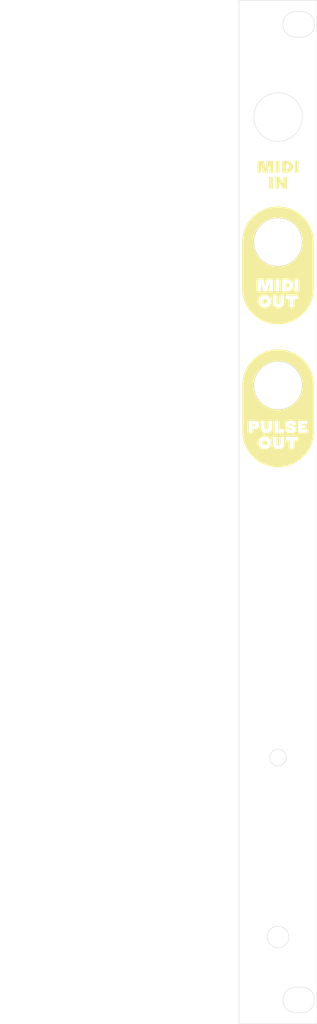
<source format=kicad_pcb>
(kicad_pcb (version 20211014) (generator pcbnew)

  (general
    (thickness 1.6)
  )

  (paper "A4")
  (layers
    (0 "F.Cu" signal)
    (31 "B.Cu" signal)
    (32 "B.Adhes" user "B.Adhesive")
    (33 "F.Adhes" user "F.Adhesive")
    (34 "B.Paste" user)
    (35 "F.Paste" user)
    (36 "B.SilkS" user "B.Silkscreen")
    (37 "F.SilkS" user "F.Silkscreen")
    (38 "B.Mask" user)
    (39 "F.Mask" user)
    (40 "Dwgs.User" user "User.Drawings")
    (41 "Cmts.User" user "User.Comments")
    (42 "Eco1.User" user "User.Eco1")
    (43 "Eco2.User" user "User.Eco2")
    (44 "Edge.Cuts" user)
    (45 "Margin" user)
    (46 "B.CrtYd" user "B.Courtyard")
    (47 "F.CrtYd" user "F.Courtyard")
    (48 "B.Fab" user)
    (49 "F.Fab" user)
    (50 "User.1" user)
    (51 "User.2" user)
    (52 "User.3" user)
    (53 "User.4" user)
    (54 "User.5" user)
    (55 "User.6" user)
    (56 "User.7" user)
    (57 "User.8" user)
    (58 "User.9" user)
  )

  (setup
    (pad_to_mask_clearance 0)
    (aux_axis_origin 89.71 33.94)
    (pcbplotparams
      (layerselection 0x00010fc_ffffffff)
      (disableapertmacros false)
      (usegerberextensions false)
      (usegerberattributes true)
      (usegerberadvancedattributes true)
      (creategerberjobfile true)
      (svguseinch false)
      (svgprecision 6)
      (excludeedgelayer true)
      (plotframeref false)
      (viasonmask false)
      (mode 1)
      (useauxorigin false)
      (hpglpennumber 1)
      (hpglpenspeed 20)
      (hpglpendiameter 15.000000)
      (dxfpolygonmode true)
      (dxfimperialunits true)
      (dxfusepcbnewfont true)
      (psnegative false)
      (psa4output false)
      (plotreference true)
      (plotvalue true)
      (plotinvisibletext false)
      (sketchpadsonfab false)
      (subtractmaskfromsilk false)
      (outputformat 1)
      (mirror false)
      (drillshape 1)
      (scaleselection 1)
      (outputdirectory "")
    )
  )

  (net 0 "")

  (gr_poly
    (pts
      (xy 92.95 71.41)
      (xy 92.960664 71.410498)
      (xy 92.971203 71.411326)
      (xy 92.981617 71.412487)
      (xy 92.991905 71.413978)
      (xy 93.002064 71.415801)
      (xy 93.012094 71.417954)
      (xy 93.021993 71.420438)
      (xy 93.031759 71.423253)
      (xy 93.041392 71.426399)
      (xy 93.05089 71.429875)
      (xy 93.060251 71.433682)
      (xy 93.069475 71.437818)
      (xy 93.078559 71.442285)
      (xy 93.087502 71.447082)
      (xy 93.096304 71.452209)
      (xy 93.10492 71.457367)
      (xy 93.113305 71.462788)
      (xy 93.121458 71.468472)
      (xy 93.129379 71.474419)
      (xy 93.137069 71.48063)
      (xy 93.144527 71.487104)
      (xy 93.151754 71.493842)
      (xy 93.158749 71.500845)
      (xy 93.165513 71.508112)
      (xy 93.172045 71.515644)
      (xy 93.178345 71.523441)
      (xy 93.184414 71.531504)
      (xy 93.190251 71.539832)
      (xy 93.195857 71.548426)
      (xy 93.201231 71.557286)
      (xy 93.206374 71.566413)
      (xy 93.211241 71.575479)
      (xy 93.215784 71.584685)
      (xy 93.220005 71.59403)
      (xy 93.223906 71.603512)
      (xy 93.227487 71.613131)
      (xy 93.23075 71.622885)
      (xy 93.233696 71.632774)
      (xy 93.236327 71.642796)
      (xy 93.238643 71.65295)
      (xy 93.240646 71.663235)
      (xy 93.242337 71.673651)
      (xy 93.243718 71.684196)
      (xy 93.24479 71.694868)
      (xy 93.245554 71.705668)
      (xy 93.246012 71.716594)
      (xy 93.246164 71.727644)
      (xy 93.246012 71.738697)
      (xy 93.245554 71.749629)
      (xy 93.24479 71.760442)
      (xy 93.243718 71.771136)
      (xy 93.242337 71.781713)
      (xy 93.240646 71.792171)
      (xy 93.238643 71.802513)
      (xy 93.236327 71.812738)
      (xy 93.233696 71.822848)
      (xy 93.23075 71.832843)
      (xy 93.227487 71.842723)
      (xy 93.223906 71.852489)
      (xy 93.220005 71.862142)
      (xy 93.215784 71.871682)
      (xy 93.211241 71.88111)
      (xy 93.206374 71.890426)
      (xy 93.201231 71.899305)
      (xy 93.195857 71.90795)
      (xy 93.190251 71.916362)
      (xy 93.184414 71.924541)
      (xy 93.178345 71.932488)
      (xy 93.172045 71.940202)
      (xy 93.165513 71.947685)
      (xy 93.158749 71.954935)
      (xy 93.151754 71.961954)
      (xy 93.144527 71.968742)
      (xy 93.137069 71.975299)
      (xy 93.129379 71.981626)
      (xy 93.121458 71.987721)
      (xy 93.113305 71.993587)
      (xy 93.10492 71.999223)
      (xy 93.096304 72.00463)
      (xy 93.087502 72.0095)
      (xy 93.078559 72.014059)
      (xy 93.069475 72.018305)
      (xy 93.060251 72.022238)
      (xy 93.05089 72.025859)
      (xy 93.041392 72.029165)
      (xy 93.031759 72.032158)
      (xy 93.021993 72.034838)
      (xy 93.012094 72.037202)
      (xy 93.002064 72.039253)
      (xy 92.991905 72.040989)
      (xy 92.981617 72.04241)
      (xy 92.971203 72.043515)
      (xy 92.960664 72.044305)
      (xy 92.95 72.044779)
      (xy 92.939214 72.044938)
      (xy 92.928432 72.044779)
      (xy 92.917784 72.044305)
      (xy 92.907268 72.043515)
      (xy 92.896886 72.04241)
      (xy 92.886637 72.040989)
      (xy 92.876521 72.039253)
      (xy 92.866537 72.037202)
      (xy 92.856687 72.034838)
      (xy 92.846968 72.032158)
      (xy 92.837382 72.029165)
      (xy 92.827928 72.025859)
      (xy 92.818606 72.022238)
      (xy 92.809415 72.018305)
      (xy 92.800357 72.014059)
      (xy 92.79143 72.0095)
      (xy 92.782634 72.00463)
      (xy 92.774018 71.999223)
      (xy 92.765633 71.993587)
      (xy 92.75748 71.987721)
      (xy 92.749558 71.981626)
      (xy 92.741867 71.975299)
      (xy 92.734408 71.968742)
      (xy 92.727181 71.961954)
      (xy 92.720185 71.954935)
      (xy 92.713421 71.947685)
      (xy 92.706889 71.940202)
      (xy 92.700588 71.932488)
      (xy 92.69452 71.924541)
      (xy 92.688683 71.916362)
      (xy 92.683078 71.90795)
      (xy 92.677705 71.899305)
      (xy 92.672564 71.890426)
      (xy 92.667697 71.88111)
      (xy 92.663154 71.871682)
      (xy 92.658932 71.862142)
      (xy 92.655031 71.852489)
      (xy 92.651449 71.842723)
      (xy 92.648185 71.832843)
      (xy 92.645238 71.822848)
      (xy 92.642607 71.812738)
      (xy 92.640289 71.802513)
      (xy 92.638285 71.792171)
      (xy 92.636593 71.781713)
      (xy 92.635211 71.771136)
      (xy 92.634139 71.760442)
      (xy 92.633374 71.749629)
      (xy 92.632916 71.738697)
      (xy 92.632764 71.727644)
      (xy 92.632916 71.716594)
      (xy 92.633374 71.705668)
      (xy 92.634139 71.694868)
      (xy 92.635211 71.684196)
      (xy 92.636593 71.673651)
      (xy 92.638285 71.663235)
      (xy 92.640289 71.65295)
      (xy 92.642607 71.642796)
      (xy 92.645238 71.632774)
      (xy 92.648185 71.622885)
      (xy 92.651449 71.613131)
      (xy 92.655031 71.603512)
      (xy 92.658932 71.59403)
      (xy 92.663154 71.584685)
      (xy 92.667697 71.575479)
      (xy 92.672564 71.566413)
      (xy 92.677705 71.557286)
      (xy 92.683078 71.548426)
      (xy 92.688683 71.539832)
      (xy 92.69452 71.531504)
      (xy 92.700588 71.523441)
      (xy 92.706889 71.515644)
      (xy 92.713421 71.508112)
      (xy 92.720185 71.500845)
      (xy 92.727181 71.493842)
      (xy 92.734408 71.487104)
      (xy 92.741867 71.48063)
      (xy 92.749558 71.474419)
      (xy 92.75748 71.468472)
      (xy 92.765633 71.462788)
      (xy 92.774018 71.457367)
      (xy 92.782634 71.452209)
      (xy 92.79143 71.447082)
      (xy 92.800357 71.442285)
      (xy 92.809415 71.437818)
      (xy 92.818606 71.433682)
      (xy 92.827928 71.429875)
      (xy 92.837382 71.426399)
      (xy 92.846968 71.423253)
      (xy 92.856687 71.420438)
      (xy 92.866537 71.417954)
      (xy 92.876521 71.415801)
      (xy 92.886637 71.413978)
      (xy 92.896886 71.412487)
      (xy 92.907268 71.411326)
      (xy 92.917784 71.410498)
      (xy 92.928432 71.41)
      (xy 92.939214 71.409834)
    ) (layer "F.SilkS") (width 0) (fill solid) (tstamp 0c37359d-4116-49ed-92b0-d9106172209d))
  (gr_poly
    (pts
      (xy 94.79409 55.575896)
      (xy 94.32849 55.575896)
      (xy 94.32849 54.094333)
      (xy 94.79409 54.094333)
    ) (layer "F.SilkS") (width 0) (fill solid) (tstamp 241da849-95e7-4e17-b844-35597e33d1ac))
  (gr_poly
    (pts
      (xy 95.69324 54.094688)
      (xy 95.724243 54.095752)
      (xy 95.754748 54.097527)
      (xy 95.784756 54.100011)
      (xy 95.814266 54.103206)
      (xy 95.84328 54.107111)
      (xy 95.871798 54.111727)
      (xy 95.899819 54.117054)
      (xy 95.927344 54.123092)
      (xy 95.954373 54.129841)
      (xy 95.980906 54.137301)
      (xy 96.006945 54.145474)
      (xy 96.032488 54.154358)
      (xy 96.057536 54.163954)
      (xy 96.08209 54.174262)
      (xy 96.10615 54.185283)
      (xy 96.129883 54.196967)
      (xy 96.152927 54.209265)
      (xy 96.175282 54.222177)
      (xy 96.196947 54.235702)
      (xy 96.217921 54.24984)
      (xy 96.238203 54.26459)
      (xy 96.257792 54.279954)
      (xy 96.276687 54.295929)
      (xy 96.294889 54.312516)
      (xy 96.312394 54.329714)
      (xy 96.329204 54.347524)
      (xy 96.345316 54.365945)
      (xy 96.360731 54.384977)
      (xy 96.375447 54.404618)
      (xy 96.389464 54.42487)
      (xy 96.40278 54.445732)
      (xy 96.415596 54.466845)
      (xy 96.427587 54.488381)
      (xy 96.438754 54.510341)
      (xy 96.449095 54.532726)
      (xy 96.458611 54.555537)
      (xy 96.4673 54.578775)
      (xy 96.475164 54.602441)
      (xy 96.482201 54.626536)
      (xy 96.488412 54.65106)
      (xy 96.493795 54.676016)
      (xy 96.498351 54.701403)
      (xy 96.50208 54.727224)
      (xy 96.50498 54.753478)
      (xy 96.507052 54.780168)
      (xy 96.508296 54.807293)
      (xy 96.50871 54.834856)
      (xy 96.508296 54.862432)
      (xy 96.507052 54.889597)
      (xy 96.50498 54.916351)
      (xy 96.50208 54.942693)
      (xy 96.498351 54.968623)
      (xy 96.493795 54.994141)
      (xy 96.488412 55.019246)
      (xy 96.482201 55.043939)
      (xy 96.475164 55.068217)
      (xy 96.4673 55.092083)
      (xy 96.458611 55.115533)
      (xy 96.449095 55.13857)
      (xy 96.438754 55.161191)
      (xy 96.427587 55.183398)
      (xy 96.415596 55.205188)
      (xy 96.40278 55.226563)
      (xy 96.389464 55.247169)
      (xy 96.375447 55.267183)
      (xy 96.360731 55.286604)
      (xy 96.345316 55.305432)
      (xy 96.329204 55.323667)
      (xy 96.312394 55.341307)
      (xy 96.294889 55.358353)
      (xy 96.276687 55.374804)
      (xy 96.257792 55.39066)
      (xy 96.238203 55.40592)
      (xy 96.217921 55.420584)
      (xy 96.196947 55.434651)
      (xy 96.175282 55.448121)
      (xy 96.152927 55.460994)
      (xy 96.129883 55.473269)
      (xy 96.10615 55.484945)
      (xy 96.08209 55.495966)
      (xy 96.057536 55.506274)
      (xy 96.032488 55.51587)
      (xy 96.006945 55.524754)
      (xy 95.980906 55.532927)
      (xy 95.954373 55.540387)
      (xy 95.927344 55.547137)
      (xy 95.899819 55.553175)
      (xy 95.871798 55.558501)
      (xy 95.84328 55.563117)
      (xy 95.814266 55.567023)
      (xy 95.784756 55.570218)
      (xy 95.754748 55.572702)
      (xy 95.724243 55.574477)
      (xy 95.69324 55.575541)
      (xy 95.66174 55.575896)
      (xy 95.13257 55.575896)
      (xy 95.13257 55.163001)
      (xy 95.59818 55.163001)
      (xy 95.6638 55.163001)
      (xy 95.678469 55.162856)
      (xy 95.69284 55.162422)
      (xy 95.706913 55.161696)
      (xy 95.720688 55.160678)
      (xy 95.734165 55.159367)
      (xy 95.747344 55.157762)
      (xy 95.760225 55.155861)
      (xy 95.772809 55.153664)
      (xy 95.785094 55.151169)
      (xy 95.797082 55.148375)
      (xy 95.808773 55.145282)
      (xy 95.820165 55.141887)
      (xy 95.83126 55.138191)
      (xy 95.842058 55.134191)
      (xy 95.852558 55.129887)
      (xy 95.86276 55.125278)
      (xy 95.87266 55.120383)
      (xy 95.882251 55.115224)
      (xy 95.891533 55.109799)
      (xy 95.900505 55.104111)
      (xy 95.909165 55.098157)
      (xy 95.917514 55.091939)
      (xy 95.925551 55.085456)
      (xy 95.933274 55.078709)
      (xy 95.940683 55.071697)
      (xy 95.947776 55.064421)
      (xy 95.954555 55.05688)
      (xy 95.961016 55.049074)
      (xy 95.96716 55.041004)
      (xy 95.972986 55.03267)
      (xy 95.978493 55.024071)
      (xy 95.98368 55.015207)
      (xy 95.988551 55.005818)
      (xy 95.993109 54.996171)
      (xy 95.997356 54.986269)
      (xy 96.001289 54.976113)
      (xy 96.004909 54.965703)
      (xy 96.008216 54.955042)
      (xy 96.011209 54.94413)
      (xy 96.013889 54.932969)
      (xy 96.016254 54.921559)
      (xy 96.018305 54.909903)
      (xy 96.020041 54.898002)
      (xy 96.021462 54.885856)
      (xy 96.022567 54.873467)
      (xy 96.023357 54.860837)
      (xy 96.023832 54.847966)
      (xy 96.02399 54.834856)
      (xy 96.023832 54.821759)
      (xy 96.023357 54.808928)
      (xy 96.022567 54.796362)
      (xy 96.021462 54.784061)
      (xy 96.020041 54.772025)
      (xy 96.018305 54.760254)
      (xy 96.016254 54.748747)
      (xy 96.013889 54.737506)
      (xy 96.011209 54.726529)
      (xy 96.008216 54.715816)
      (xy 96.004909 54.705368)
      (xy 96.001289 54.695184)
      (xy 95.997356 54.685264)
      (xy 95.993109 54.675608)
      (xy 95.988551 54.666217)
      (xy 95.98368 54.657089)
      (xy 95.978493 54.64797)
      (xy 95.972986 54.639132)
      (xy 95.96716 54.630577)
      (xy 95.961016 54.622303)
      (xy 95.954555 54.614311)
      (xy 95.947776 54.606601)
      (xy 95.940683 54.599172)
      (xy 95.933274 54.592024)
      (xy 95.925551 54.585157)
      (xy 95.917514 54.578572)
      (xy 95.909165 54.572267)
      (xy 95.900505 54.566243)
      (xy 95.891533 54.560499)
      (xy 95.882251 54.555036)
      (xy 95.87266 54.549854)
      (xy 95.86276 54.544951)
      (xy 95.852558 54.540342)
      (xy 95.842058 54.536037)
      (xy 95.83126 54.532038)
      (xy 95.820165 54.528341)
      (xy 95.808773 54.524946)
      (xy 95.797082 54.521853)
      (xy 95.785094 54.519059)
      (xy 95.772809 54.516564)
      (xy 95.760225 54.514367)
      (xy 95.747344 54.512466)
      (xy 95.734165 54.51086)
      (xy 95.720688 54.509549)
      (xy 95.706913 54.508532)
      (xy 95.69284 54.507806)
      (xy 95.678469 54.507372)
      (xy 95.6638 54.507227)
      (xy 95.59818 54.507227)
      (xy 95.59818 55.163001)
      (xy 95.13257 55.163001)
      (xy 95.13257 54.094333)
      (xy 95.66174 54.094333)
    ) (layer "F.SilkS") (width 0) (fill solid) (tstamp 285a6b73-8bb7-47c9-a52f-a67c7c01c39c))
  (gr_poly
    (pts
      (xy 91.629837 87.138061)
      (xy 91.637006 87.138488)
      (xy 91.644015 87.1392)
      (xy 91.650864 87.140197)
      (xy 91.65755 87.141476)
      (xy 91.664074 87.143038)
      (xy 91.670434 87.144883)
      (xy 91.676629 87.147009)
      (xy 91.682659 87.149416)
      (xy 91.688523 87.152104)
      (xy 91.69422 87.155071)
      (xy 91.699749 87.158319)
      (xy 91.705109 87.161845)
      (xy 91.710299 87.165649)
      (xy 91.715319 87.169731)
      (xy 91.720168 87.174091)
      (xy 91.725035 87.178662)
      (xy 91.729578 87.183381)
      (xy 91.7338 87.188248)
      (xy 91.737701 87.193263)
      (xy 91.741283 87.198425)
      (xy 91.744547 87.203736)
      (xy 91.747494 87.209196)
      (xy 91.750125 87.214804)
      (xy 91.752442 87.220561)
      (xy 91.754447 87.226466)
      (xy 91.756139 87.232522)
      (xy 91.757521 87.238726)
      (xy 91.758593 87.24508)
      (xy 91.759358 87.251584)
      (xy 91.759816 87.258238)
      (xy 91.759968 87.265042)
      (xy 91.759816 87.271846)
      (xy 91.759358 87.278499)
      (xy 91.758593 87.285003)
      (xy 91.757521 87.291357)
      (xy 91.756139 87.297562)
      (xy 91.754447 87.303617)
      (xy 91.752442 87.309522)
      (xy 91.750125 87.315279)
      (xy 91.747494 87.320887)
      (xy 91.744547 87.326347)
      (xy 91.741283 87.331658)
      (xy 91.737701 87.33682)
      (xy 91.7338 87.341835)
      (xy 91.729578 87.346701)
      (xy 91.725035 87.35142)
      (xy 91.720168 87.355992)
      (xy 91.715319 87.360351)
      (xy 91.710299 87.364434)
      (xy 91.705109 87.368238)
      (xy 91.699749 87.371765)
      (xy 91.69422 87.375012)
      (xy 91.688523 87.37798)
      (xy 91.682659 87.380668)
      (xy 91.676629 87.383075)
      (xy 91.670434 87.385201)
      (xy 91.664074 87.387045)
      (xy 91.65755 87.388608)
      (xy 91.650864 87.389887)
      (xy 91.644015 87.390883)
      (xy 91.637006 87.391595)
      (xy 91.629837 87.392023)
      (xy 91.622508 87.392166)
      (xy 91.392028 87.392166)
      (xy 91.392028 87.137918)
      (xy 91.622508 87.137918)
    ) (layer "F.SilkS") (width 0) (fill solid) (tstamp 5077de17-849c-45a2-83b1-aa4952ac5876))
  (gr_poly
    (pts
      (xy 94.828835 59.818963)
      (xy 95.05807 59.836285)
      (xy 95.283901 59.864815)
      (xy 95.506049 59.904274)
      (xy 95.724236 59.954383)
      (xy 95.938182 60.014865)
      (xy 96.147608 60.085439)
      (xy 96.352237 60.165828)
      (xy 96.551789 60.255753)
      (xy 96.745985 60.354936)
      (xy 96.934546 60.463097)
      (xy 97.117195 60.579958)
      (xy 97.293651 60.705241)
      (xy 97.463637 60.838667)
      (xy 97.626873 60.979958)
      (xy 97.78308 61.128834)
      (xy 97.93198 61.285017)
      (xy 98.073295 61.448229)
      (xy 98.206744 61.618191)
      (xy 98.33205 61.794625)
      (xy 98.448934 61.977251)
      (xy 98.557116 62.165791)
      (xy 98.656319 62.359966)
      (xy 98.746263 62.559499)
      (xy 98.826669 62.76411)
      (xy 98.897259 62.973521)
      (xy 98.957754 63.187453)
      (xy 99.007875 63.405627)
      (xy 99.047343 63.627765)
      (xy 99.07588 63.853589)
      (xy 99.093206 64.082819)
      (xy 99.099044 64.315177)
      (xy 99.099044 70.106554)
      (xy 99.093206 70.338914)
      (xy 99.07588 70.568149)
      (xy 99.047343 70.793979)
      (xy 99.007875 71.016127)
      (xy 98.957754 71.234313)
      (xy 98.897259 71.448259)
      (xy 98.826669 71.657685)
      (xy 98.746263 71.862314)
      (xy 98.656319 72.061865)
      (xy 98.557116 72.256061)
      (xy 98.448934 72.444623)
      (xy 98.33205 72.627271)
      (xy 98.206744 72.803727)
      (xy 98.073295 72.973713)
      (xy 97.93198 73.136949)
      (xy 97.78308 73.293157)
      (xy 97.626873 73.442057)
      (xy 97.463637 73.583372)
      (xy 97.293651 73.716821)
      (xy 97.117195 73.842127)
      (xy 96.934546 73.959011)
      (xy 96.745985 74.067194)
      (xy 96.551789 74.166397)
      (xy 96.352237 74.256341)
      (xy 96.147608 74.336747)
      (xy 95.938182 74.407337)
      (xy 95.724236 74.467832)
      (xy 95.506049 74.517953)
      (xy 95.283901 74.557422)
      (xy 95.05807 74.585959)
      (xy 94.828835 74.603285)
      (xy 94.596474 74.609123)
      (xy 94.364116 74.603285)
      (xy 94.134886 74.585959)
      (xy 93.909062 74.557422)
      (xy 93.686924 74.517953)
      (xy 93.46875 74.467832)
      (xy 93.254818 74.407337)
      (xy 93.045407 74.336747)
      (xy 92.840797 74.256341)
      (xy 92.641264 74.166397)
      (xy 92.447088 74.067194)
      (xy 92.258548 73.959011)
      (xy 92.075922 73.842127)
      (xy 91.899489 73.716821)
      (xy 91.729527 73.583372)
      (xy 91.566315 73.442057)
      (xy 91.410132 73.293157)
      (xy 91.261255 73.136949)
      (xy 91.119965 72.973713)
      (xy 90.986539 72.803727)
      (xy 90.861256 72.627271)
      (xy 90.744394 72.444623)
      (xy 90.636233 72.256061)
      (xy 90.53705 72.061865)
      (xy 90.447125 71.862314)
      (xy 90.39422 71.727644)
      (xy 92.156314 71.727644)
      (xy 92.156713 71.75474)
      (xy 92.15791 71.781521)
      (xy 92.159905 71.807989)
      (xy 92.162696 71.834143)
      (xy 92.166283 71.859983)
      (xy 92.170666 71.885509)
      (xy 92.175843 71.910721)
      (xy 92.181815 71.935619)
      (xy 92.188581 71.960203)
      (xy 92.19614 71.984473)
      (xy 92.204491 72.008428)
      (xy 92.213634 72.032069)
      (xy 92.223569 72.055395)
      (xy 92.234294 72.078407)
      (xy 92.245809 72.101104)
      (xy 92.258114 72.123486)
      (xy 92.271107 72.145154)
      (xy 92.284689 72.166237)
      (xy 92.29886 72.186735)
      (xy 92.313621 72.206651)
      (xy 92.328973 72.225984)
      (xy 92.344918 72.244736)
      (xy 92.361457 72.262908)
      (xy 92.378589 72.2805)
      (xy 92.396317 72.297513)
      (xy 92.414641 72.313948)
      (xy 92.433562 72.329806)
      (xy 92.453082 72.345088)
      (xy 92.473201 72.359794)
      (xy 92.49392 72.373927)
      (xy 92.515241 72.387485)
      (xy 92.537164 72.400471)
      (xy 92.559818 72.412521)
      (xy 92.582801 72.423799)
      (xy 92.606112 72.434304)
      (xy 92.629752 72.444035)
      (xy 92.653721 72.452992)
      (xy 92.678019 72.461174)
      (xy 92.702648 72.46858)
      (xy 92.727606 72.47521)
      (xy 92.752896 72.481063)
      (xy 92.778517 72.486137)
      (xy 92.804469 72.490433)
      (xy 92.830752 72.493949)
      (xy 92.857369 72.496686)
      (xy 92.884317 72.498641)
      (xy 92.911599 72.499815)
      (xy 92.939214 72.500206)
      (xy 92.966825 72.499815)
      (xy 92.994099 72.498641)
      (xy 93.021033 72.496686)
      (xy 93.047627 72.493949)
      (xy 93.073879 72.490433)
      (xy 93.099788 72.486137)
      (xy 93.125352 72.481063)
      (xy 93.15057 72.47521)
      (xy 93.175441 72.46858)
      (xy 93.199964 72.461174)
      (xy 93.224136 72.452992)
      (xy 93.247958 72.444035)
      (xy 93.271426 72.434304)
      (xy 93.294541 72.423799)
      (xy 93.317301 72.412521)
      (xy 93.339704 72.400471)
      (xy 93.361884 72.387485)
      (xy 93.383444 72.373927)
      (xy 93.404385 72.359794)
      (xy 93.424708 72.345088)
      (xy 93.444415 72.329806)
      (xy 93.463506 72.313948)
      (xy 93.481983 72.297513)
      (xy 93.499847 72.2805)
      (xy 93.517098 72.262908)
      (xy 93.533739 72.244736)
      (xy 93.54977 72.225984)
      (xy 93.565193 72.206651)
      (xy 93.580009 72.186735)
      (xy 93.594219 72.166237)
      (xy 93.607823 72.145154)
      (xy 93.620824 72.123486)
      (xy 93.633129 72.101104)
      (xy 93.644644 72.078407)
      (xy 93.655369 72.055395)
      (xy 93.665304 72.032069)
      (xy 93.674447 72.008428)
      (xy 93.682798 71.984473)
      (xy 93.690357 71.960203)
      (xy 93.697123 71.935619)
      (xy 93.703095 71.910721)
      (xy 93.708272 71.885509)
      (xy 93.712655 71.859983)
      (xy 93.716242 71.834143)
      (xy 93.718839 71.80981)
      (xy 93.955684 71.80981)
      (xy 93.956018 71.835544)
      (xy 93.957019 71.860885)
      (xy 93.958691 71.885835)
      (xy 93.961033 71.910391)
      (xy 93.964048 71.934553)
      (xy 93.967736 71.958321)
      (xy 93.9721 71.981693)
      (xy 93.97714 72.004669)
      (xy 93.982858 72.027248)
      (xy 93.989256 72.04943)
      (xy 93.996334 72.071213)
      (xy 94.004094 72.092598)
      (xy 94.012538 72.113582)
      (xy 94.021667 72.134166)
      (xy 94.031481 72.154348)
      (xy 94.041984 72.174129)
      (xy 94.05339 72.193179)
      (xy 94.06538 72.211701)
      (xy 94.077954 72.229694)
      (xy 94.091111 72.247158)
      (xy 94.104851 72.264093)
      (xy 94.119171 72.2805)
      (xy 94.134072 72.296378)
      (xy 94.149553 72.311726)
      (xy 94.165612 72.326545)
      (xy 94.18225 72.340835)
      (xy 94.199464 72.354596)
      (xy 94.217255 72.367828)
      (xy 94.235621 72.380529)
      (xy 94.254562 72.392702)
      (xy 94.274076 72.404344)
      (xy 94.294164 72.415457)
      (xy 94.314736 72.425711)
      (xy 94.335703 72.435305)
      (xy 94.357066 72.444238)
      (xy 94.378826 72.452512)
      (xy 94.400981 72.460125)
      (xy 94.423533 72.467077)
      (xy 94.446481 72.473369)
      (xy 94.469827 72.478999)
      (xy 94.493568 72.483967)
      (xy 94.517707 72.488274)
      (xy 94.542243 72.491919)
      (xy 94.567176 72.494902)
      (xy 94.592507 72.497222)
      (xy 94.618235 72.49888)
      (xy 94.64436 72.499875)
      (xy 94.670884 72.500206)
      (xy 94.697409 72.499875)
      (xy 94.723536 72.49888)
      (xy 94.749266 72.497222)
      (xy 94.774597 72.494902)
      (xy 94.799531 72.491919)
      (xy 94.824068 72.488274)
      (xy 94.848207 72.483967)
      (xy 94.871949 72.478999)
      (xy 94.895294 72.473369)
      (xy 94.918242 72.467077)
      (xy 94.940793 72.460125)
      (xy 94.962948 72.452512)
      (xy 94.984706 72.444238)
      (xy 95.006068 72.435305)
      (xy 95.027034 72.425711)
      (xy 95.047604 72.415457)
      (xy 95.067678 72.404344)
      (xy 95.087153 72.392702)
      (xy 95.10603 72.380529)
      (xy 95.124308 72.367828)
      (xy 95.14199 72.354596)
      (xy 95.159074 72.340835)
      (xy 95.175562 72.326545)
      (xy 95.191454 72.311726)
      (xy 95.206751 72.296378)
      (xy 95.221453 72.2805)
      (xy 95.23556 72.264093)
      (xy 95.249074 72.247158)
      (xy 95.261995 72.229694)
      (xy 95.274323 72.211701)
      (xy 95.286059 72.193179)
      (xy 95.297204 72.174129)
      (xy 95.30797 72.154348)
      (xy 95.31804 72.134166)
      (xy 95.327416 72.113582)
      (xy 95.336098 72.092598)
      (xy 95.344084 72.071213)
      (xy 95.351376 72.04943)
      (xy 95.357973 72.027248)
      (xy 95.363875 72.004669)
      (xy 95.369083 71.981693)
      (xy 95.373596 71.958321)
      (xy 95.377415 71.934553)
      (xy 95.38054 71.910391)
      (xy 95.38297 71.885835)
      (xy 95.384705 71.860885)
      (xy 95.385747 71.835544)
      (xy 95.386094 71.80981)
      (xy 95.386094 71.435155)
      (xy 95.597964 71.435155)
      (xy 96.095604 71.435155)
      (xy 96.095604 72.468168)
      (xy 96.561214 72.468168)
      (xy 96.561214 71.435155)
      (xy 97.058334 71.435155)
      (xy 97.058334 70.986605)
      (xy 95.597964 70.986605)
      (xy 95.597964 71.435155)
      (xy 95.386094 71.435155)
      (xy 95.386094 70.986605)
      (xy 94.920484 70.986605)
      (xy 94.920484 71.784489)
      (xy 94.92037 71.795232)
      (xy 94.920028 71.805763)
      (xy 94.919458 71.816083)
      (xy 94.91866 71.826191)
      (xy 94.917631 71.836087)
      (xy 94.916373 71.845769)
      (xy 94.914885 71.855237)
      (xy 94.913165 71.86449)
      (xy 94.911214 71.873529)
      (xy 94.909031 71.882352)
      (xy 94.906616 71.890959)
      (xy 94.903968 71.899349)
      (xy 94.901086 71.907522)
      (xy 94.89797 71.915478)
      (xy 94.894619 71.923214)
      (xy 94.891034 71.930732)
      (xy 94.887484 71.938032)
      (xy 94.883717 71.945116)
      (xy 94.879733 71.951984)
      (xy 94.875532 71.958636)
      (xy 94.871114 71.965072)
      (xy 94.86648 71.971292)
      (xy 94.861631 71.977297)
      (xy 94.856566 71.983087)
      (xy 94.851287 71.988662)
      (xy 94.845793 71.994022)
      (xy 94.840084 71.999167)
      (xy 94.834162 72.004099)
      (xy 94.828027 72.008816)
      (xy 94.821679 72.013318)
      (xy 94.815117 72.017608)
      (xy 94.808344 72.021683)
      (xy 94.801359 72.02527)
      (xy 94.794161 72.028621)
      (xy 94.786751 72.031737)
      (xy 94.779127 72.03462)
      (xy 94.77129 72.037269)
      (xy 94.76324 72.039684)
      (xy 94.754975 72.041868)
      (xy 94.746495 72.043819)
      (xy 94.7378 72.045539)
      (xy 94.72889 72.047027)
      (xy 94.719765 72.048286)
      (xy 94.710422 72.049314)
      (xy 94.700864 72.050113)
      (xy 94.691088 72.050683)
      (xy 94.681095 72.051025)
      (xy 94.670884 72.051138)
      (xy 94.660675 72.051025)
      (xy 94.650683 72.050683)
      (xy 94.640908 72.050113)
      (xy 94.63135 72.049314)
      (xy 94.622008 72.048286)
      (xy 94.612882 72.047027)
      (xy 94.603971 72.045539)
      (xy 94.595276 72.043819)
      (xy 94.586796 72.041868)
      (xy 94.578531 72.039684)
      (xy 94.57048 72.037269)
      (xy 94.562642 72.03462)
      (xy 94.555018 72.031737)
      (xy 94.547607 72.028621)
      (xy 94.54041 72.02527)
      (xy 94.533424 72.021683)
      (xy 94.526645 72.017608)
      (xy 94.520062 72.013318)
      (xy 94.513675 72.008816)
      (xy 94.507486 72.004099)
      (xy 94.501494 71.999167)
      (xy 94.4957 71.994022)
      (xy 94.490103 71.988662)
      (xy 94.484704 71.983087)
      (xy 94.479504 71.977297)
      (xy 94.474502 71.971292)
      (xy 94.469698 71.965072)
      (xy 94.465094 71.958636)
      (xy 94.46069 71.951984)
      (xy 94.456484 71.945116)
      (xy 94.452479 71.938032)
      (xy 94.448674 71.930732)
      (xy 94.445344 71.923214)
      (xy 94.442232 71.915478)
      (xy 94.439337 71.907522)
      (xy 94.436659 71.899349)
      (xy 94.434197 71.890959)
      (xy 94.431951 71.882352)
      (xy 94.429921 71.873529)
      (xy 94.428106 71.86449)
      (xy 94.426507 71.855237)
      (xy 94.425121 71.845769)
      (xy 94.42395 71.836087)
      (xy 94.422993 71.826191)
      (xy 94.422249 71.816083)
      (xy 94.421718 71.805763)
      (xy 94.4214 71.795232)
      (xy 94.421294 71.784489)
      (xy 94.421294 70.986605)
      (xy 93.955684 70.986605)
      (xy 93.955684 71.80981)
      (xy 93.718839 71.80981)
      (xy 93.719033 71.807989)
      (xy 93.721028 71.781521)
      (xy 93.722225 71.75474)
      (xy 93.722624 71.727644)
      (xy 93.722225 71.700557)
      (xy 93.721028 71.673798)
      (xy 93.719033 71.647369)
      (xy 93.716242 71.62127)
      (xy 93.712655 71.595501)
      (xy 93.708272 71.570061)
      (xy 93.703095 71.544952)
      (xy 93.697123 71.520174)
      (xy 93.690357 71.495726)
      (xy 93.682798 71.471609)
      (xy 93.674447 71.447824)
      (xy 93.665304 71.424369)
      (xy 93.655369 71.401246)
      (xy 93.644644 71.378455)
      (xy 93.633129 71.355996)
      (xy 93.620824 71.333869)
      (xy 93.607823 71.311948)
      (xy 93.594219 71.290634)
      (xy 93.580009 71.269928)
      (xy 93.565193 71.24983)
      (xy 93.54977 71.230342)
      (xy 93.533739 71.211464)
      (xy 93.517098 71.193196)
      (xy 93.499847 71.175539)
      (xy 93.481983 71.158495)
      (xy 93.463506 71.142062)
      (xy 93.444415 71.126243)
      (xy 93.424708 71.111038)
      (xy 93.404385 71.096447)
      (xy 93.383444 71.082471)
      (xy 93.361884 71.069111)
      (xy 93.339704 71.056367)
      (xy 93.317301 71.044068)
      (xy 93.294541 71.032568)
      (xy 93.271426 71.021868)
      (xy 93.247958 71.011966)
      (xy 93.224136 71.002862)
      (xy 93.199964 70.994554)
      (xy 93.175441 70.987042)
      (xy 93.15057 70.980324)
      (xy 93.125352 70.9744)
      (xy 93.099788 70.969269)
      (xy 93.073879 70.96493)
      (xy 93.047627 70.961382)
      (xy 93.021033 70.958624)
      (xy 92.994099 70.956655)
      (xy 92.966825 70.955475)
      (xy 92.939214 70.955081)
      (xy 92.911599 70.955475)
      (xy 92.884317 70.956655)
      (xy 92.857369 70.958624)
      (xy 92.830752 70.961382)
      (xy 92.804469 70.96493)
      (xy 92.778517 70.969269)
      (xy 92.752896 70.9744)
      (xy 92.727606 70.980324)
      (xy 92.702648 70.987042)
      (xy 92.678019 70.994554)
      (xy 92.653721 71.002862)
      (xy 92.629752 71.011966)
      (xy 92.606112 71.021868)
      (xy 92.582801 71.032568)
      (xy 92.559818 71.044068)
      (xy 92.537164 71.056367)
      (xy 92.515241 71.069111)
      (xy 92.49392 71.082471)
      (xy 92.473201 71.096447)
      (xy 92.453082 71.111038)
      (xy 92.433562 71.126243)
      (xy 92.414641 71.142062)
      (xy 92.396317 71.158495)
      (xy 92.378589 71.175539)
      (xy 92.361457 71.193196)
      (xy 92.344918 71.211464)
      (xy 92.328973 71.230342)
      (xy 92.313621 71.24983)
      (xy 92.29886 71.269928)
      (xy 92.284689 71.290634)
      (xy 92.271107 71.311948)
      (xy 92.258114 71.333869)
      (xy 92.245809 71.355996)
      (xy 92.234294 71.378455)
      (xy 92.223569 71.401246)
      (xy 92.213634 71.424369)
      (xy 92.204491 71.447824)
      (xy 92.19614 71.471609)
      (xy 92.188581 71.495726)
      (xy 92.181815 71.520174)
      (xy 92.175843 71.544952)
      (xy 92.170666 71.570061)
      (xy 92.166283 71.595501)
      (xy 92.162696 71.62127)
      (xy 92.159905 71.647369)
      (xy 92.15791 71.673798)
      (xy 92.156713 71.700557)
      (xy 92.156314 71.727644)
      (xy 90.39422 71.727644)
      (xy 90.366736 71.657685)
      (xy 90.296162 71.448259)
      (xy 90.235681 71.234313)
      (xy 90.185571 71.016127)
      (xy 90.146112 70.793979)
      (xy 90.117582 70.568149)
      (xy 90.109216 70.457438)
      (xy 92.022984 70.457438)
      (xy 92.475674 70.457438)
      (xy 92.475674 69.341744)
      (xy 92.734054 70.457438)
      (xy 93.263224 70.457438)
      (xy 93.521604 69.341744)
      (xy 93.521604 70.457438)
      (xy 93.974294 70.457438)
      (xy 94.313284 70.457438)
      (xy 94.778894 70.457438)
      (xy 95.117374 70.457438)
      (xy 95.646534 70.457438)
      (xy 96.704874 70.457438)
      (xy 97.170474 70.457438)
      (xy 97.170474 68.975875)
      (xy 96.704874 68.975875)
      (xy 96.704874 70.457438)
      (xy 95.646534 70.457438)
      (xy 95.678036 70.457083)
      (xy 95.70904 70.456019)
      (xy 95.739547 70.454244)
      (xy 95.769556 70.45176)
      (xy 95.799067 70.448565)
      (xy 95.828082 70.444659)
      (xy 95.8566 70.440043)
      (xy 95.884622 70.434716)
      (xy 95.912147 70.428679)
      (xy 95.939176 70.421929)
      (xy 95.96571 70.414469)
      (xy 95.991749 70.406296)
      (xy 96.017292 70.397412)
      (xy 96.042341 70.387816)
      (xy 96.066895 70.377508)
      (xy 96.090954 70.366487)
      (xy 96.114689 70.354811)
      (xy 96.137734 70.342536)
      (xy 96.16009 70.329664)
      (xy 96.181755 70.316193)
      (xy 96.202729 70.302126)
      (xy 96.223011 70.287462)
      (xy 96.242599 70.272202)
      (xy 96.261494 70.256346)
      (xy 96.279694 70.239895)
      (xy 96.297198 70.222849)
      (xy 96.314007 70.205209)
      (xy 96.330118 70.186974)
      (xy 96.345531 70.168146)
      (xy 96.360245 70.148725)
      (xy 96.37426 70.128711)
      (xy 96.387574 70.108105)
      (xy 96.400392 70.08673)
      (xy 96.412384 70.06494)
      (xy 96.423552 70.042733)
      (xy 96.433895 70.020112)
      (xy 96.443411 69.997075)
      (xy 96.452102 69.973624)
      (xy 96.459966 69.949759)
      (xy 96.467004 69.92548)
      (xy 96.473215 69.900788)
      (xy 96.478598 69.875683)
      (xy 96.483155 69.850165)
      (xy 96.486883 69.824234)
      (xy 96.489784 69.797892)
      (xy 96.491856 69.771138)
      (xy 96.493099 69.743973)
      (xy 96.493514 69.716398)
      (xy 96.493099 69.688835)
      (xy 96.491856 69.66171)
      (xy 96.489784 69.63502)
      (xy 96.486883 69.608766)
      (xy 96.483155 69.582945)
      (xy 96.478598 69.557558)
      (xy 96.473215 69.532602)
      (xy 96.467004 69.508077)
      (xy 96.459966 69.483983)
      (xy 96.452102 69.460317)
      (xy 96.443411 69.437079)
      (xy 96.433895 69.414268)
      (xy 96.423552 69.391883)
      (xy 96.412384 69.369923)
      (xy 96.400392 69.348387)
      (xy 96.387574 69.327274)
      (xy 96.37426 69.306412)
      (xy 96.360245 69.28616)
      (xy 96.345531 69.266519)
      (xy 96.330118 69.247487)
      (xy 96.314007 69.229066)
      (xy 96.297198 69.211256)
      (xy 96.279694 69.194058)
      (xy 96.261494 69.177471)
      (xy 96.242599 69.161496)
      (xy 96.223011 69.146133)
      (xy 96.202729 69.131382)
      (xy 96.181755 69.117244)
      (xy 96.16009 69.103719)
      (xy 96.137734 69.090807)
      (xy 96.114689 69.078509)
      (xy 96.090954 69.066825)
      (xy 96.066895 69.055804)
      (xy 96.042341 69.045496)
      (xy 96.017292 69.0359)
      (xy 95.991749 69.027016)
      (xy 95.96571 69.018843)
      (xy 95.939176 69.011383)
      (xy 95.912147 69.004634)
      (xy 95.884622 68.998596)
      (xy 95.8566 68.993269)
      (xy 95.828082 68.988653)
      (xy 95.799067 68.984748)
      (xy 95.769556 68.981553)
      (xy 95.739547 68.979069)
      (xy 95.70904 68.977295)
      (xy 95.678036 68.97623)
      (xy 95.646534 68.975875)
      (xy 95.117374 68.975875)
      (xy 95.117374 70.457438)
      (xy 94.778894 70.457438)
      (xy 94.778894 68.975875)
      (xy 94.313284 68.975875)
      (xy 94.313284 70.457438)
      (xy 93.974294 70.457438)
      (xy 93.974294 68.975875)
      (xy 93.203794 68.975875)
      (xy 93.002774 69.877628)
      (xy 92.801754 68.975875)
      (xy 92.022984 68.975875)
      (xy 92.022984 70.457438)
      (xy 90.109216 70.457438)
      (xy 90.10026 70.338914)
      (xy 90.094424 70.106554)
      (xy 90.094424 64.315177)
      (xy 90.09493 64.295023)
      (xy 91.548084 64.295023)
      (xy 91.548999 64.369431)
      (xy 91.551755 64.443759)
      (xy 91.556343 64.517973)
      (xy 91.562755 64.592042)
      (xy 91.570983 64.665932)
      (xy 91.581017 64.739611)
      (xy 91.59285 64.813045)
      (xy 91.606474 64.886202)
      (xy 91.621867 64.959002)
      (xy 91.63901 65.031365)
      (xy 91.657904 65.103261)
      (xy 91.678545 65.174658)
      (xy 91.700933 65.245526)
      (xy 91.725064 65.315833)
      (xy 91.750939 65.385549)
      (xy 91.778554 65.454642)
      (xy 91.807872 65.523042)
      (xy 91.838851 65.590676)
      (xy 91.871475 65.657513)
      (xy 91.905725 65.723522)
      (xy 91.941585 65.78867)
      (xy 91.979036 65.852927)
      (xy 92.018062 65.916261)
      (xy 92.058644 65.978641)
      (xy 92.100734 66.040011)
      (xy 92.144289 66.100315)
      (xy 92.18929 66.159522)
      (xy 92.23572 66.217602)
      (xy 92.283561 66.274524)
      (xy 92.332794 66.330259)
      (xy 92.383401 66.384776)
      (xy 92.435364 66.438045)
      (xy 92.488633 66.490008)
      (xy 92.543149 66.540614)
      (xy 92.598884 66.589847)
      (xy 92.655805 66.637687)
      (xy 92.713884 66.684117)
      (xy 92.77309 66.729119)
      (xy 92.833394 66.772675)
      (xy 92.894764 66.814766)
      (xy 92.957145 66.855347)
      (xy 93.02048 66.894371)
      (xy 93.084738 66.931821)
      (xy 93.149886 66.96768)
      (xy 93.215895 67.00193)
      (xy 93.282732 67.034554)
      (xy 93.350365 67.065534)
      (xy 93.418764 67.094852)
      (xy 93.48786 67.122487)
      (xy 93.557576 67.14842)
      (xy 93.627883 67.172634)
      (xy 93.69875 67.195118)
      (xy 93.770146 67.215856)
      (xy 93.842041 67.234833)
      (xy 93.914404 67.252037)
      (xy 93.987204 67.267452)
      (xy 94.060359 67.281054)
      (xy 94.133792 67.292829)
      (xy 94.207471 67.302781)
      (xy 94.281362 67.310914)
      (xy 94.355431 67.317232)
      (xy 94.429647 67.321738)
      (xy 94.503976 67.324436)
      (xy 94.578384 67.325329)
      (xy 94.652788 67.324405)
      (xy 94.727116 67.321646)
      (xy 94.801333 67.31706)
      (xy 94.875406 67.310652)
      (xy 94.9493 67.30243)
      (xy 95.022981 67.292399)
      (xy 95.096414 67.280565)
      (xy 95.169564 67.266935)
      (xy 95.242357 67.251536)
      (xy 95.314719 67.234389)
      (xy 95.386616 67.215496)
      (xy 95.458018 67.194856)
      (xy 95.52889 67.172471)
      (xy 95.5992 67.148342)
      (xy 95.668916 67.122469)
      (xy 95.738004 67.094852)
      (xy 95.806396 67.06553)
      (xy 95.874028 67.034548)
      (xy 95.940868 67.001925)
      (xy 96.006882 66.967677)
      (xy 96.072036 66.93182)
      (xy 96.136296 66.894372)
      (xy 96.19963 66.855348)
      (xy 96.262004 66.814766)
      (xy 96.323345 66.772651)
      (xy 96.383588 66.729036)
      (xy 96.442715 66.68395)
      (xy 96.500704 66.637425)
      (xy 96.557537 66.589491)
      (xy 96.613192 66.540176)
      (xy 96.667652 66.489512)
      (xy 96.720894 66.437528)
      (xy 96.772849 66.384282)
      (xy 96.823454 66.329823)
      (xy 96.872689 66.274169)
      (xy 96.920534 66.21734)
      (xy 96.966969 66.159354)
      (xy 97.011974 66.10023)
      (xy 97.055529 66.039986)
      (xy 97.097614 65.978641)
      (xy 97.138192 65.916264)
      (xy 97.177216 65.852929)
      (xy 97.21467 65.78867)
      (xy 97.250533 65.723519)
      (xy 97.284786 65.657509)
      (xy 97.317412 65.590671)
      (xy 97.348391 65.523038)
      (xy 97.377704 65.454642)
      (xy 97.405336 65.385553)
      (xy 97.431266 65.315837)
      (xy 97.455481 65.245528)
      (xy 97.477964 65.174657)
      (xy 97.498702 65.103256)
      (xy 97.517679 65.031359)
      (xy 97.534882 64.958997)
      (xy 97.550294 64.886202)
      (xy 97.563893 64.81305)
      (xy 97.575667 64.739617)
      (xy 97.58562 64.665936)
      (xy 97.593754 64.592042)
      (xy 97.600073 64.517969)
      (xy 97.604581 64.443752)
      (xy 97.60728 64.369426)
      (xy 97.608174 64.295023)
      (xy 97.607251 64.220626)
      (xy 97.604493 64.1463)
      (xy 97.599907 64.072081)
      (xy 97.593499 63.998004)
      (xy 97.585276 63.924106)
      (xy 97.575245 63.850423)
      (xy 97.563412 63.776991)
      (xy 97.549784 63.703846)
      (xy 97.534385 63.631057)
      (xy 97.517238 63.558696)
      (xy 97.498343 63.486795)
      (xy 97.477701 63.41539)
      (xy 97.455316 63.344514)
      (xy 97.431186 63.274201)
      (xy 97.405315 63.204487)
      (xy 97.377704 63.135404)
      (xy 97.348382 63.067039)
      (xy 97.3174 62.999466)
      (xy 97.284773 62.932707)
      (xy 97.250522 62.866787)
      (xy 97.214662 62.801725)
      (xy 97.177212 62.737546)
      (xy 97.13819 62.674271)
      (xy 97.097614 62.611923)
      (xy 97.055529 62.550563)
      (xy 97.011974 62.490262)
      (xy 96.966969 62.431052)
      (xy 96.920534 62.372966)
      (xy 96.872689 62.316037)
      (xy 96.823454 62.260298)
      (xy 96.772849 62.205781)
      (xy 96.720894 62.152519)
      (xy 96.667635 62.100564)
      (xy 96.613118 62.04996)
      (xy 96.557378 62.000726)
      (xy 96.500448 61.952882)
      (xy 96.44236 61.906448)
      (xy 96.383148 61.861442)
      (xy 96.322845 61.817886)
      (xy 96.261484 61.775798)
      (xy 96.199135 61.735222)
      (xy 96.135859 61.6962)
      (xy 96.071679 61.65875)
      (xy 96.006618 61.62289)
      (xy 95.940697 61.588638)
      (xy 95.87394 61.556012)
      (xy 95.806368 61.525031)
      (xy 95.738004 61.495712)
      (xy 95.668921 61.4681)
      (xy 95.599206 61.442228)
      (xy 95.528893 61.418098)
      (xy 95.458018 61.395711)
      (xy 95.386613 61.375069)
      (xy 95.314713 61.356174)
      (xy 95.242352 61.339027)
      (xy 95.169564 61.323629)
      (xy 95.096419 61.310002)
      (xy 95.022987 61.298169)
      (xy 94.949304 61.288138)
      (xy 94.875406 61.279915)
      (xy 94.80133 61.273506)
      (xy 94.72711 61.268919)
      (xy 94.652783 61.26616)
      (xy 94.578384 61.265235)
      (xy 94.503981 61.266151)
      (xy 94.429654 61.268908)
      (xy 94.355437 61.273498)
      (xy 94.281365 61.279911)
      (xy 94.207472 61.28814)
      (xy 94.133791 61.298175)
      (xy 94.060357 61.310007)
      (xy 93.987204 61.323629)
      (xy 93.914409 61.33902)
      (xy 93.842047 61.356165)
      (xy 93.77015 61.375062)
      (xy 93.69875 61.395707)
      (xy 93.62788 61.418097)
      (xy 93.557571 61.44223)
      (xy 93.487855 61.468103)
      (xy 93.418764 61.495712)
      (xy 93.35037 61.525027)
      (xy 93.282739 61.556006)
      (xy 93.215901 61.588632)
      (xy 93.14989 61.622886)
      (xy 93.084739 61.658748)
      (xy 93.020479 61.6962)
      (xy 92.957143 61.735223)
      (xy 92.894764 61.775798)
      (xy 92.833419 61.817884)
      (xy 92.773176 61.861439)
      (xy 92.714053 61.906444)
      (xy 92.656069 61.952878)
      (xy 92.599242 62.000723)
      (xy 92.54359 62.049957)
      (xy 92.489131 62.100563)
      (xy 92.435884 62.152519)
      (xy 92.383921 62.205781)
      (xy 92.333315 62.260297)
      (xy 92.284084 62.316036)
      (xy 92.236244 62.372963)
      (xy 92.189815 62.431048)
      (xy 92.144813 62.490258)
      (xy 92.101257 62.55056)
      (xy 92.059164 62.611923)
      (xy 92.018579 62.674274)
      (xy 91.979553 62.737549)
      (xy 91.942103 62.801726)
      (xy 91.906245 62.866785)
      (xy 91.871997 62.932703)
      (xy 91.839374 62.99946)
      (xy 91.808394 63.067034)
      (xy 91.779074 63.135404)
      (xy 91.751435 63.204491)
      (xy 91.725503 63.274206)
      (xy 91.701292 63.344516)
      (xy 91.678813 63.415389)
      (xy 91.658079 63.486791)
      (xy 91.639103 63.55869)
      (xy 91.621897 63.631052)
      (xy 91.606474 63.703846)
      (xy 91.592846 63.776996)
      (xy 91.581013 63.850429)
      (xy 91.570982 63.924109)
      (xy 91.562759 63.998003)
      (xy 91.556351 64.072076)
      (xy 91.551765 64.146294)
      (xy 91.549007 64.220621)
      (xy 91.548084 64.295023)
      (xy 90.09493 64.295023)
      (xy 90.10026 64.082819)
      (xy 90.117582 63.853589)
      (xy 90.146112 63.627765)
      (xy 90.185571 63.405627)
      (xy 90.235681 63.187453)
      (xy 90.296162 62.973521)
      (xy 90.366736 62.76411)
      (xy 90.447125 62.559499)
      (xy 90.53705 62.359966)
      (xy 90.636233 62.165791)
      (xy 90.744394 61.977251)
      (xy 90.861256 61.794625)
      (xy 90.986539 61.618191)
      (xy 91.119965 61.448229)
      (xy 91.261255 61.285017)
      (xy 91.410132 61.128834)
      (xy 91.566315 60.979958)
      (xy 91.729527 60.838667)
      (xy 91.899489 60.705241)
      (xy 92.075922 60.579958)
      (xy 92.258548 60.463097)
      (xy 92.447088 60.354936)
      (xy 92.641264 60.255753)
      (xy 92.840797 60.165828)
      (xy 93.045407 60.085439)
      (xy 93.254818 60.014865)
      (xy 93.46875 59.954383)
      (xy 93.686924 59.904274)
      (xy 93.909062 59.864815)
      (xy 94.134886 59.836285)
      (xy 94.364116 59.818963)
      (xy 94.596474 59.813127)
    ) (layer "F.SilkS") (width 0) (fill solid) (tstamp 748004bb-dd32-4187-a36a-aaef73fd7dad))
  (gr_poly
    (pts
      (xy 97.18568 55.575896)
      (xy 96.72007 55.575896)
      (xy 96.72007 54.094333)
      (xy 97.18568 54.094333)
    ) (layer "F.SilkS") (width 0) (fill solid) (tstamp 94eb9432-04f1-48f3-8c8a-a9bff6fbe1be))
  (gr_poly
    (pts
      (xy 92.95 89.17)
      (xy 92.960648 89.170498)
      (xy 92.971163 89.171327)
      (xy 92.981544 89.172487)
      (xy 92.991793 89.173978)
      (xy 93.001908 89.175801)
      (xy 93.011891 89.177954)
      (xy 93.021741 89.180439)
      (xy 93.031459 89.183254)
      (xy 93.041045 89.1864)
      (xy 93.0505 89.189876)
      (xy 93.059822 89.193682)
      (xy 93.069013 89.197819)
      (xy 93.078072 89.202286)
      (xy 93.087 89.207083)
      (xy 93.095798 89.21221)
      (xy 93.104414 89.217374)
      (xy 93.112798 89.222811)
      (xy 93.120951 89.228521)
      (xy 93.128873 89.234501)
      (xy 93.136563 89.24075)
      (xy 93.144021 89.247268)
      (xy 93.151248 89.254053)
      (xy 93.158243 89.261104)
      (xy 93.165006 89.268419)
      (xy 93.171538 89.275998)
      (xy 93.177839 89.283839)
      (xy 93.183908 89.291941)
      (xy 93.189745 89.300302)
      (xy 93.195351 89.308922)
      (xy 93.200725 89.317799)
      (xy 93.205868 89.326931)
      (xy 93.21074 89.335992)
      (xy 93.2153 89.345181)
      (xy 93.219547 89.3545)
      (xy 93.223481 89.363949)
      (xy 93.227101 89.373529)
      (xy 93.230408 89.38324)
      (xy 93.233401 89.393081)
      (xy 93.23608 89.403055)
      (xy 93.238445 89.413161)
      (xy 93.240495 89.4234)
      (xy 93.24223 89.433772)
      (xy 93.243651 89.444277)
      (xy 93.244756 89.454917)
      (xy 93.245546 89.465691)
      (xy 93.24602 89.4766)
      (xy 93.246178 89.487645)
      (xy 93.24602 89.498697)
      (xy 93.245546 89.50963)
      (xy 93.244756 89.520443)
      (xy 93.243651 89.531137)
      (xy 93.24223 89.541713)
      (xy 93.240495 89.552172)
      (xy 93.238445 89.562514)
      (xy 93.23608 89.572739)
      (xy 93.233401 89.582849)
      (xy 93.230408 89.592843)
      (xy 93.227101 89.602723)
      (xy 93.223481 89.612489)
      (xy 93.219547 89.622142)
      (xy 93.2153 89.631682)
      (xy 93.21074 89.641109)
      (xy 93.205868 89.650425)
      (xy 93.200725 89.659304)
      (xy 93.195351 89.66795)
      (xy 93.189745 89.676362)
      (xy 93.183908 89.684542)
      (xy 93.177839 89.692488)
      (xy 93.171538 89.700203)
      (xy 93.165006 89.707685)
      (xy 93.158243 89.714936)
      (xy 93.151248 89.721955)
      (xy 93.144021 89.728743)
      (xy 93.136563 89.7353)
      (xy 93.128873 89.741626)
      (xy 93.120951 89.747722)
      (xy 93.112798 89.753588)
      (xy 93.104414 89.759224)
      (xy 93.095798 89.764631)
      (xy 93.087 89.769502)
      (xy 93.078072 89.77406)
      (xy 93.069013 89.778306)
      (xy 93.059822 89.78224)
      (xy 93.0505 89.78586)
      (xy 93.041045 89.789166)
      (xy 93.031459 89.79216)
      (xy 93.021741 89.794839)
      (xy 93.011891 89.797204)
      (xy 93.001908 89.799254)
      (xy 92.991793 89.80099)
      (xy 92.981544 89.802411)
      (xy 92.971163 89.803516)
      (xy 92.960648 89.804306)
      (xy 92.95 89.804781)
      (xy 92.939218 89.804939)
      (xy 92.928437 89.804781)
      (xy 92.91779 89.804306)
      (xy 92.907276 89.803516)
      (xy 92.896895 89.802411)
      (xy 92.886647 89.80099)
      (xy 92.876532 89.799254)
      (xy 92.866548 89.797204)
      (xy 92.856698 89.794839)
      (xy 92.846979 89.79216)
      (xy 92.837393 89.789166)
      (xy 92.827938 89.78586)
      (xy 92.818615 89.78224)
      (xy 92.809424 89.778306)
      (xy 92.800364 89.77406)
      (xy 92.791435 89.769502)
      (xy 92.782638 89.764631)
      (xy 92.774023 89.759224)
      (xy 92.76564 89.753588)
      (xy 92.757488 89.747722)
      (xy 92.749567 89.741626)
      (xy 92.741877 89.7353)
      (xy 92.734419 89.728743)
      (xy 92.727192 89.721955)
      (xy 92.720196 89.714936)
      (xy 92.713432 89.707685)
      (xy 92.7069 89.700203)
      (xy 92.700599 89.692488)
      (xy 92.694529 89.684542)
      (xy 92.688691 89.676362)
      (xy 92.683085 89.66795)
      (xy 92.67771 89.659304)
      (xy 92.672568 89.650425)
      (xy 92.667697 89.641109)
      (xy 92.663138 89.631682)
      (xy 92.658892 89.622142)
      (xy 92.654959 89.612489)
      (xy 92.651339 89.602723)
      (xy 92.648032 89.592843)
      (xy 92.645038 89.582849)
      (xy 92.642359 89.572739)
      (xy 92.639994 89.562514)
      (xy 92.637943 89.552172)
      (xy 92.636207 89.541713)
      (xy 92.634786 89.531137)
      (xy 92.63368 89.520443)
      (xy 92.63289 89.50963)
      (xy 92.632416 89.498697)
      (xy 92.632258 89.487645)
      (xy 92.632416 89.4766)
      (xy 92.63289 89.465691)
      (xy 92.63368 89.454917)
      (xy 92.634786 89.444277)
      (xy 92.636207 89.433772)
      (xy 92.637943 89.4234)
      (xy 92.639994 89.413161)
      (xy 92.642359 89.403055)
      (xy 92.645038 89.393081)
      (xy 92.648032 89.38324)
      (xy 92.651339 89.373529)
      (xy 92.654959 89.363949)
      (xy 92.658892 89.3545)
      (xy 92.663138 89.345181)
      (xy 92.667697 89.335992)
      (xy 92.672568 89.326931)
      (xy 92.67771 89.317799)
      (xy 92.683085 89.308922)
      (xy 92.688691 89.300302)
      (xy 92.694529 89.291941)
      (xy 92.700599 89.283839)
      (xy 92.7069 89.275998)
      (xy 92.713432 89.268419)
      (xy 92.720196 89.261104)
      (xy 92.727192 89.254053)
      (xy 92.734419 89.247268)
      (xy 92.741877 89.24075)
      (xy 92.749567 89.234501)
      (xy 92.757488 89.228521)
      (xy 92.76564 89.222811)
      (xy 92.774023 89.217374)
      (xy 92.782638 89.21221)
      (xy 92.791435 89.207083)
      (xy 92.800364 89.202286)
      (xy 92.809424 89.197819)
      (xy 92.818615 89.193682)
      (xy 92.827938 89.189876)
      (xy 92.837393 89.1864)
      (xy 92.846979 89.183254)
      (xy 92.856698 89.180439)
      (xy 92.866548 89.177954)
      (xy 92.876532 89.175801)
      (xy 92.886647 89.173978)
      (xy 92.896895 89.172487)
      (xy 92.907276 89.171327)
      (xy 92.91779 89.170498)
      (xy 92.928437 89.17)
      (xy 92.939218 89.169835)
    ) (layer "F.SilkS") (width 0) (fill solid) (tstamp 9621aeb6-99f6-4329-86f0-26f52d9513ac))
  (gr_poly
    (pts
      (xy 93.9559 57.586626)
      (xy 93.49029 57.586626)
      (xy 93.49029 56.105063)
      (xy 93.9559 56.105063)
    ) (layer "F.SilkS") (width 0) (fill solid) (tstamp a82ecedd-d139-4da3-aef1-d8b202bf4e14))
  (gr_poly
    (pts
      (xy 95.3 56.92)
      (xy 95.3 56.105063)
      (xy 95.73408 56.105063)
      (xy 95.73408 57.586626)
      (xy 95.24678 57.586626)
      (xy 94.72846 56.771689)
      (xy 94.72846 57.586626)
      (xy 94.29438 57.586626)
      (xy 94.29438 56.105063)
      (xy 94.78117 56.105063)
    ) (layer "F.SilkS") (width 0) (fill solid) (tstamp b99c7330-6cc3-4b60-985e-09355dd080cb))
  (gr_poly
    (pts
      (xy 94.851065 77.757249)
      (xy 95.080294 77.774575)
      (xy 95.306117 77.803112)
      (xy 95.528254 77.84258)
      (xy 95.746428 77.892701)
      (xy 95.96036 77.953196)
      (xy 96.16977 78.023786)
      (xy 96.374381 78.104193)
      (xy 96.573913 78.194137)
      (xy 96.768089 78.29334)
      (xy 96.956629 78.401522)
      (xy 97.139255 78.518406)
      (xy 97.315688 78.643712)
      (xy 97.48565 78.777162)
      (xy 97.648862 78.918476)
      (xy 97.805046 79.067377)
      (xy 97.953922 79.223584)
      (xy 98.095213 79.38682)
      (xy 98.228639 79.556806)
      (xy 98.353922 79.733262)
      (xy 98.470784 79.91591)
      (xy 98.578946 80.104472)
      (xy 98.678129 80.298668)
      (xy 98.768054 80.49822)
      (xy 98.848443 80.702848)
      (xy 98.919018 80.912274)
      (xy 98.979499 81.12622)
      (xy 99.029609 81.344406)
      (xy 99.069068 81.566554)
      (xy 99.097598 81.792384)
      (xy 99.11492 82.021619)
      (xy 99.120757 82.253979)
      (xy 99.120757 88.045356)
      (xy 99.11492 88.277714)
      (xy 99.097598 88.506944)
      (xy 99.069068 88.732767)
      (xy 99.029609 88.954905)
      (xy 98.979499 89.173079)
      (xy 98.919018 89.387011)
      (xy 98.848443 89.596422)
      (xy 98.768054 89.801032)
      (xy 98.678129 90.000565)
      (xy 98.578946 90.194741)
      (xy 98.470784 90.383281)
      (xy 98.353922 90.565907)
      (xy 98.228639 90.74234)
      (xy 98.095213 90.912302)
      (xy 97.953922 91.075514)
      (xy 97.805046 91.231698)
      (xy 97.648862 91.380574)
      (xy 97.48565 91.521865)
      (xy 97.315688 91.655291)
      (xy 97.139255 91.780574)
      (xy 96.956629 91.897436)
      (xy 96.768089 92.005597)
      (xy 96.573913 92.10478)
      (xy 96.374381 92.194705)
      (xy 96.16977 92.275094)
      (xy 95.96036 92.345669)
      (xy 95.746428 92.40615)
      (xy 95.528254 92.456259)
      (xy 95.306117 92.495718)
      (xy 95.080294 92.524248)
      (xy 94.851065 92.541571)
      (xy 94.618708 92.547407)
      (xy 94.386349 92.541571)
      (xy 94.157119 92.524248)
      (xy 93.931296 92.495718)
      (xy 93.709157 92.456259)
      (xy 93.490983 92.40615)
      (xy 93.277051 92.345669)
      (xy 93.06764 92.275094)
      (xy 92.863029 92.194705)
      (xy 92.663496 92.10478)
      (xy 92.46932 92.005597)
      (xy 92.280779 91.897436)
      (xy 92.098153 91.780574)
      (xy 91.921719 91.655291)
      (xy 91.751757 91.521865)
      (xy 91.588544 91.380574)
      (xy 91.43236 91.231698)
      (xy 91.283484 91.075514)
      (xy 91.142193 90.912302)
      (xy 91.008766 90.74234)
      (xy 90.883483 90.565907)
      (xy 90.766621 90.383281)
      (xy 90.658459 90.194741)
      (xy 90.559276 90.000565)
      (xy 90.469351 89.801032)
      (xy 90.388961 89.596422)
      (xy 90.352302 89.487645)
      (xy 92.155808 89.487645)
      (xy 92.156207 89.51474)
      (xy 92.157404 89.541522)
      (xy 92.159398 89.56799)
      (xy 92.16219 89.594144)
      (xy 92.165777 89.619984)
      (xy 92.170159 89.64551)
      (xy 92.175337 89.670722)
      (xy 92.181309 89.69562)
      (xy 92.188075 89.720204)
      (xy 92.195633 89.744473)
      (xy 92.203985 89.768429)
      (xy 92.213128 89.792069)
      (xy 92.223062 89.815396)
      (xy 92.233788 89.838407)
      (xy 92.245303 89.861104)
      (xy 92.257608 89.883486)
      (xy 92.270607 89.905154)
      (xy 92.284205 89.926237)
      (xy 92.298401 89.946736)
      (xy 92.313196 89.966651)
      (xy 92.328588 89.985985)
      (xy 92.344577 90.004737)
      (xy 92.361162 90.022908)
      (xy 92.378343 90.0405)
      (xy 92.396119 90.057513)
      (xy 92.41449 90.073949)
      (xy 92.433455 90.089807)
      (xy 92.453015 90.105088)
      (xy 92.473167 90.119795)
      (xy 92.493912 90.133927)
      (xy 92.515249 90.147486)
      (xy 92.537178 90.160471)
      (xy 92.559832 90.172521)
      (xy 92.582815 90.183799)
      (xy 92.606126 90.194304)
      (xy 92.629765 90.204035)
      (xy 92.653734 90.212992)
      (xy 92.678032 90.221175)
      (xy 92.702661 90.228581)
      (xy 92.727619 90.235211)
      (xy 92.752908 90.241063)
      (xy 92.778528 90.246138)
      (xy 92.804479 90.250434)
      (xy 92.830762 90.253951)
      (xy 92.857377 90.256687)
      (xy 92.884324 90.258642)
      (xy 92.911604 90.259816)
      (xy 92.939218 90.260208)
      (xy 92.966825 90.259816)
      (xy 92.994083 90.258642)
      (xy 93.020993 90.256687)
      (xy 93.047554 90.253951)
      (xy 93.073767 90.250434)
      (xy 93.099632 90.246138)
      (xy 93.125149 90.241063)
      (xy 93.150319 90.235211)
      (xy 93.175141 90.228581)
      (xy 93.199617 90.221175)
      (xy 93.223746 90.212992)
      (xy 93.247528 90.204035)
      (xy 93.270964 90.194304)
      (xy 93.294054 90.183799)
      (xy 93.316799 90.172521)
      (xy 93.339198 90.160471)
      (xy 93.361382 90.147486)
      (xy 93.382957 90.133927)
      (xy 93.403922 90.119795)
      (xy 93.424277 90.105088)
      (xy 93.444022 90.089807)
      (xy 93.463157 90.073949)
      (xy 93.48168 90.057513)
      (xy 93.499591 90.0405)
      (xy 93.516891 90.022908)
      (xy 93.533579 90.004737)
      (xy 93.549654 89.985985)
      (xy 93.565116 89.966651)
      (xy 93.579965 89.946736)
      (xy 93.5942 89.926237)
      (xy 93.607821 89.905154)
      (xy 93.620828 89.883486)
      (xy 93.633128 89.861104)
      (xy 93.644629 89.838407)
      (xy 93.65533 89.815396)
      (xy 93.665232 89.792069)
      (xy 93.674337 89.768429)
      (xy 93.682645 89.744473)
      (xy 93.690157 89.720204)
      (xy 93.696875 89.69562)
      (xy 93.702799 89.670722)
      (xy 93.70793 89.64551)
      (xy 93.712269 89.619984)
      (xy 93.715817 89.594144)
      (xy 93.718328 89.570327)
      (xy 93.955177 89.570327)
      (xy 93.955517 89.596055)
      (xy 93.956535 89.62138)
      (xy 93.958231 89.646304)
      (xy 93.960607 89.670827)
      (xy 93.96366 89.694951)
      (xy 93.967392 89.718675)
      (xy 93.971802 89.742)
      (xy 93.97689 89.764928)
      (xy 93.982656 89.787459)
      (xy 93.9891 89.809594)
      (xy 93.996222 89.831334)
      (xy 94.004022 89.852679)
      (xy 94.0125 89.87363)
      (xy 94.021655 89.894189)
      (xy 94.031488 89.914355)
      (xy 94.041998 89.934129)
      (xy 94.053396 89.95318)
      (xy 94.065368 89.971701)
      (xy 94.077916 89.989694)
      (xy 94.091039 90.007159)
      (xy 94.104739 90.024094)
      (xy 94.119016 90.040501)
      (xy 94.13387 90.056379)
      (xy 94.149303 90.071727)
      (xy 94.165314 90.086546)
      (xy 94.181905 90.100837)
      (xy 94.199076 90.114597)
      (xy 94.216828 90.127829)
      (xy 94.235162 90.140531)
      (xy 94.254077 90.152703)
      (xy 94.273576 90.164346)
      (xy 94.293658 90.175458)
      (xy 94.314228 90.185712)
      (xy 94.335194 90.195306)
      (xy 94.356556 90.204239)
      (xy 94.378315 90.212513)
      (xy 94.40047 90.220126)
      (xy 94.423022 90.227078)
      (xy 94.445971 90.233369)
      (xy 94.469316 90.239)
      (xy 94.493059 90.243968)
      (xy 94.517198 90.248275)
      (xy 94.541735 90.25192)
      (xy 94.566668 90.254903)
      (xy 94.591999 90.257223)
      (xy 94.617728 90.258881)
      (xy 94.643854 90.259876)
      (xy 94.670378 90.260208)
      (xy 94.696907 90.259876)
      (xy 94.72305 90.258881)
      (xy 94.748804 90.257223)
      (xy 94.774168 90.254903)
      (xy 94.799141 90.25192)
      (xy 94.823722 90.248275)
      (xy 94.847908 90.243968)
      (xy 94.871699 90.239)
      (xy 94.895093 90.233369)
      (xy 94.918088 90.227078)
      (xy 94.940684 90.220126)
      (xy 94.962879 90.212513)
      (xy 94.984671 90.204239)
      (xy 95.006059 90.195306)
      (xy 95.027042 90.185712)
      (xy 95.047617 90.175458)
      (xy 95.067691 90.164346)
      (xy 95.087167 90.152703)
      (xy 95.106043 90.140531)
      (xy 95.124322 90.127829)
      (xy 95.142003 90.114597)
      (xy 95.159087 90.100837)
      (xy 95.175575 90.086546)
      (xy 95.191467 90.071727)
      (xy 95.206764 90.056379)
      (xy 95.221466 90.040501)
      (xy 95.235574 90.024094)
      (xy 95.249088 90.007159)
      (xy 95.262009 89.989694)
      (xy 95.274337 89.971701)
      (xy 95.286073 89.95318)
      (xy 95.297217 89.934129)
      (xy 95.307981 89.914355)
      (xy 95.31805 89.894189)
      (xy 95.327425 89.87363)
      (xy 95.336105 89.852679)
      (xy 95.34409 89.831334)
      (xy 95.351381 89.809594)
      (xy 95.357978 89.787459)
      (xy 95.36388 89.764928)
      (xy 95.369087 89.742)
      (xy 95.3736 89.718675)
      (xy 95.377419 89.694951)
      (xy 95.380543 89.670827)
      (xy 95.382973 89.646304)
      (xy 95.384709 89.62138)
      (xy 95.38575 89.596055)
      (xy 95.386097 89.570327)
      (xy 95.386097 89.195672)
      (xy 95.597968 89.195672)
      (xy 96.095097 89.195672)
      (xy 96.095097 90.228169)
      (xy 96.560707 90.228169)
      (xy 96.560707 89.195672)
      (xy 97.058347 89.195672)
      (xy 97.058347 88.746604)
      (xy 95.597968 88.746604)
      (xy 95.597968 89.195672)
      (xy 95.386097 89.195672)
      (xy 95.386097 88.746604)
      (xy 94.920497 88.746604)
      (xy 94.920497 89.544488)
      (xy 94.920378 89.555231)
      (xy 94.92002 89.565763)
      (xy 94.919424 89.576083)
      (xy 94.918592 89.586191)
      (xy 94.917524 89.596087)
      (xy 94.916222 89.605769)
      (xy 94.914686 89.615237)
      (xy 94.912917 89.624491)
      (xy 94.910917 89.633529)
      (xy 94.908687 89.642353)
      (xy 94.906227 89.65096)
      (xy 94.903538 89.65935)
      (xy 94.900622 89.667523)
      (xy 94.897479 89.675479)
      (xy 94.894111 89.683215)
      (xy 94.890518 89.690733)
      (xy 94.886976 89.698034)
      (xy 94.883227 89.705117)
      (xy 94.879269 89.711985)
      (xy 94.875102 89.718637)
      (xy 94.870725 89.725073)
      (xy 94.866136 89.731293)
      (xy 94.861334 89.737298)
      (xy 94.856319 89.743088)
      (xy 94.851088 89.748663)
      (xy 94.845641 89.754023)
      (xy 94.839977 89.759168)
      (xy 94.834095 89.764099)
      (xy 94.827992 89.768816)
      (xy 94.82167 89.773319)
      (xy 94.815125 89.777608)
      (xy 94.808358 89.781683)
      (xy 94.801366 89.785276)
      (xy 94.794152 89.788643)
      (xy 94.786716 89.791785)
      (xy 94.77906 89.794701)
      (xy 94.771183 89.797389)
      (xy 94.763089 89.799849)
      (xy 94.754777 89.802079)
      (xy 94.746249 89.804078)
      (xy 94.737506 89.805846)
      (xy 94.728549 89.807382)
      (xy 94.719379 89.808684)
      (xy 94.709997 89.809751)
      (xy 94.700405 89.810583)
      (xy 94.690604 89.811179)
      (xy 94.680594 89.811537)
      (xy 94.670378 89.811656)
      (xy 94.660168 89.811537)
      (xy 94.650177 89.811179)
      (xy 94.640402 89.810583)
      (xy 94.630845 89.809751)
      (xy 94.621503 89.808684)
      (xy 94.612378 89.807382)
      (xy 94.603468 89.805846)
      (xy 94.594774 89.804078)
      (xy 94.586294 89.802079)
      (xy 94.578029 89.799849)
      (xy 94.569977 89.797389)
      (xy 94.56214 89.794701)
      (xy 94.554515 89.791785)
      (xy 94.547104 89.788643)
      (xy 94.539905 89.785276)
      (xy 94.532917 89.781683)
      (xy 94.526138 89.777608)
      (xy 94.519555 89.773319)
      (xy 94.513169 89.768816)
      (xy 94.50698 89.764099)
      (xy 94.500988 89.759168)
      (xy 94.495193 89.754023)
      (xy 94.489596 89.748663)
      (xy 94.484198 89.743088)
      (xy 94.478997 89.737298)
      (xy 94.473995 89.731293)
      (xy 94.469192 89.725073)
      (xy 94.464588 89.718637)
      (xy 94.460183 89.711985)
      (xy 94.455978 89.705117)
      (xy 94.451973 89.698034)
      (xy 94.448168 89.690733)
      (xy 94.444838 89.683215)
      (xy 94.441726 89.675479)
      (xy 94.438831 89.667523)
      (xy 94.436152 89.65935)
      (xy 94.433691 89.65096)
      (xy 94.431445 89.642353)
      (xy 94.429415 89.633529)
      (xy 94.4276 89.624491)
      (xy 94.426 89.615237)
      (xy 94.424615 89.605769)
      (xy 94.423444 89.596087)
      (xy 94.422487 89.586191)
      (xy 94.421743 89.576083)
      (xy 94.421212 89.565763)
      (xy 94.420894 89.555231)
      (xy 94.420788 89.544488)
      (xy 94.420788 88.746604)
      (xy 93.955177 88.746604)
      (xy 93.955177 89.570327)
      (xy 93.718328 89.570327)
      (xy 93.718575 89.56799)
      (xy 93.720544 89.541522)
      (xy 93.721724 89.51474)
      (xy 93.722118 89.487645)
      (xy 93.721724 89.460557)
      (xy 93.720544 89.433799)
      (xy 93.718575 89.40737)
      (xy 93.715817 89.381271)
      (xy 93.712269 89.355501)
      (xy 93.70793 89.330062)
      (xy 93.702799 89.304953)
      (xy 93.696875 89.280174)
      (xy 93.690157 89.255726)
      (xy 93.682645 89.23161)
      (xy 93.674337 89.207824)
      (xy 93.665232 89.18437)
      (xy 93.65533 89.161247)
      (xy 93.644629 89.138456)
      (xy 93.633128 89.115997)
      (xy 93.620828 89.093871)
      (xy 93.607821 89.071949)
      (xy 93.5942 89.050635)
      (xy 93.579965 89.029929)
      (xy 93.565116 89.009831)
      (xy 93.549654 88.990343)
      (xy 93.533579 88.971464)
      (xy 93.516891 88.953197)
      (xy 93.499591 88.93554)
      (xy 93.48168 88.918495)
      (xy 93.463157 88.902063)
      (xy 93.444022 88.886244)
      (xy 93.424277 88.871038)
      (xy 93.403922 88.856447)
      (xy 93.382957 88.842472)
      (xy 93.361382 88.829111)
      (xy 93.339198 88.816368)
      (xy 93.316799 88.804068)
      (xy 93.294054 88.792568)
      (xy 93.270964 88.781868)
      (xy 93.247528 88.771967)
      (xy 93.223746 88.762862)
      (xy 93.199617 88.754555)
      (xy 93.175141 88.747042)
      (xy 93.150319 88.740325)
      (xy 93.125149 88.734401)
      (xy 93.099632 88.72927)
      (xy 93.073767 88.724931)
      (xy 93.047554 88.721383)
      (xy 93.020993 88.718625)
      (xy 92.994083 88.716657)
      (xy 92.966825 88.715476)
      (xy 92.939218 88.715083)
      (xy 92.911604 88.715476)
      (xy 92.884324 88.716657)
      (xy 92.857377 88.718625)
      (xy 92.830762 88.721383)
      (xy 92.804479 88.724931)
      (xy 92.778528 88.72927)
      (xy 92.752908 88.734401)
      (xy 92.727619 88.740325)
      (xy 92.702661 88.747042)
      (xy 92.678032 88.754555)
      (xy 92.653734 88.762862)
      (xy 92.629765 88.771967)
      (xy 92.606126 88.781868)
      (xy 92.582815 88.792568)
      (xy 92.559832 88.804068)
      (xy 92.537178 88.816368)
      (xy 92.515249 88.829111)
      (xy 92.493912 88.842472)
      (xy 92.473167 88.856447)
      (xy 92.453015 88.871038)
      (xy 92.433455 88.886244)
      (xy 92.41449 88.902063)
      (xy 92.396119 88.918495)
      (xy 92.378343 88.93554)
      (xy 92.361162 88.953197)
      (xy 92.344577 88.971464)
      (xy 92.328588 88.990343)
      (xy 92.313196 89.009831)
      (xy 92.298401 89.029929)
      (xy 92.284205 89.050635)
      (xy 92.270607 89.071949)
      (xy 92.257608 89.093871)
      (xy 92.245303 89.115997)
      (xy 92.233788 89.138456)
      (xy 92.223062 89.161247)
      (xy 92.213128 89.18437)
      (xy 92.203985 89.207824)
      (xy 92.195633 89.23161)
      (xy 92.188075 89.255726)
      (xy 92.181309 89.280174)
      (xy 92.175337 89.304953)
      (xy 92.170159 89.330062)
      (xy 92.165777 89.355501)
      (xy 92.16219 89.381271)
      (xy 92.159398 89.40737)
      (xy 92.157404 89.433799)
      (xy 92.156207 89.460557)
      (xy 92.155808 89.487645)
      (xy 90.352302 89.487645)
      (xy 90.318387 89.387011)
      (xy 90.257905 89.173079)
      (xy 90.207796 88.954905)
      (xy 90.168336 88.732767)
      (xy 90.139806 88.506944)
      (xy 90.122484 88.277714)
      (xy 90.116648 88.045356)
      (xy 90.116648 86.735875)
      (xy 90.934688 86.735875)
      (xy 90.934688 88.217439)
      (xy 91.392028 88.217439)
      (xy 91.392028 87.751833)
      (xy 91.618368 87.751833)
      (xy 91.653342 87.751305)
      (xy 91.687355 87.74972)
      (xy 91.720407 87.747078)
      (xy 91.752499 87.743378)
      (xy 91.783631 87.738622)
      (xy 91.813802 87.732807)
      (xy 91.843015 87.725935)
      (xy 91.871268 87.718004)
      (xy 91.898562 87.709015)
      (xy 91.924897 87.698968)
      (xy 91.950274 87.687862)
      (xy 91.974692 87.675697)
      (xy 91.998152 87.662472)
      (xy 92.020655 87.648189)
      (xy 92.0422 87.632845)
      (xy 92.062788 87.616442)
      (xy 92.082527 87.599111)
      (xy 92.100999 87.580985)
      (xy 92.118204 87.562065)
      (xy 92.120616 87.559081)
      (xy 92.437438 87.559081)
      (xy 92.437777 87.584814)
      (xy 92.438795 87.610156)
      (xy 92.440492 87.635105)
      (xy 92.442868 87.659661)
      (xy 92.445922 87.683824)
      (xy 92.449655 87.707591)
      (xy 92.454065 87.730964)
      (xy 92.459154 87.75394)
      (xy 92.464921 87.776519)
      (xy 92.471365 87.798701)
      (xy 92.478487 87.820484)
      (xy 92.486287 87.841868)
      (xy 92.494764 87.862853)
      (xy 92.503918 87.883436)
      (xy 92.513749 87.903619)
      (xy 92.524258 87.923399)
      (xy 92.535663 87.94245)
      (xy 92.547654 87.960971)
      (xy 92.560228 87.978964)
      (xy 92.573385 87.996429)
      (xy 92.587124 88.013364)
      (xy 92.601445 88.029771)
      (xy 92.616346 88.045648)
      (xy 92.631826 88.060997)
      (xy 92.647886 88.075816)
      (xy 92.664523 88.090107)
      (xy 92.681738 88.103867)
      (xy 92.699528 88.117099)
      (xy 92.717895 88.129801)
      (xy 92.736836 88.141973)
      (xy 92.75635 88.153616)
      (xy 92.776438 88.164729)
      (xy 92.797008 88.174982)
      (xy 92.817974 88.184576)
      (xy 92.839336 88.193509)
      (xy 92.861095 88.201783)
      (xy 92.88325 88.209396)
      (xy 92.905802 88.216348)
      (xy 92.928751 88.222639)
      (xy 92.952096 88.228269)
      (xy 92.975839 88.233238)
      (xy 92.999978 88.237545)
      (xy 93.024515 88.24119)
      (xy 93.049448 88.244173)
      (xy 93.074779 88.246494)
      (xy 93.100508 88.248151)
      (xy 93.126634 88.249146)
      (xy 93.153158 88.249478)
      (xy 93.179683 88.249146)
      (xy 93.20581 88.248151)
      (xy 93.231539 88.246494)
      (xy 93.256871 88.244173)
      (xy 93.281805 88.24119)
      (xy 93.306341 88.237545)
      (xy 93.330481 88.233238)
      (xy 93.354223 88.228269)
      (xy 93.377568 88.222639)
      (xy 93.396535 88.217439)
      (xy 94.185657 88.217439)
      (xy 95.349927 88.217439)
      (xy 95.349927 87.768887)
      (xy 94.651778 87.768887)
      (xy 94.651778 87.688272)
      (xy 95.464127 87.688272)
      (xy 95.466315 87.712095)
      (xy 95.469173 87.735412)
      (xy 95.4727 87.75822)
      (xy 95.476894 87.780519)
      (xy 95.481755 87.802309)
      (xy 95.487281 87.823589)
      (xy 95.49347 87.844357)
      (xy 95.500322 87.864614)
      (xy 95.507836 87.884358)
      (xy 95.51601 87.903589)
      (xy 95.524843 87.922305)
      (xy 95.534333 87.940507)
      (xy 95.54448 87.958193)
      (xy 95.555282 87.975362)
      (xy 95.566738 87.992014)
      (xy 95.578847 88.008149)
      (xy 95.591767 88.023501)
      (xy 95.605124 88.038336)
      (xy 95.618921 88.052656)
      (xy 95.633157 88.06646)
      (xy 95.647835 88.07975)
      (xy 95.662955 88.092526)
      (xy 95.67852 88.104788)
      (xy 95.69453 88.116537)
      (xy 95.710986 88.127773)
      (xy 95.72789 88.138497)
      (xy 95.745243 88.148709)
      (xy 95.763046 88.158411)
      (xy 95.781301 88.167602)
      (xy 95.800009 88.176283)
      (xy 95.81917 88.184454)
      (xy 95.838787 88.192117)
      (xy 95.859048 88.19904)
      (xy 95.879613 88.205521)
      (xy 95.900482 88.211558)
      (xy 95.921653 88.217153)
      (xy 95.964901 88.227009)
      (xy 96.009349 88.235085)
      (xy 96.054987 88.241374)
      (xy 96.101808 88.245873)
      (xy 96.149804 88.248576)
      (xy 96.198967 88.249478)
      (xy 96.253005 88.248576)
      (xy 96.279279 88.247449)
      (xy 96.305056 88.245873)
      (xy 96.330337 88.243848)
      (xy 96.355121 88.241374)
      (xy 96.379409 88.238453)
      (xy 96.403201 88.235085)
      (xy 96.426497 88.23127)
      (xy 96.449297 88.227009)
      (xy 96.471601 88.222303)
      (xy 96.492197 88.217439)
      (xy 97.136377 88.217439)
      (xy 98.302717 88.217439)
      (xy 98.302717 87.815396)
      (xy 97.591647 87.815396)
      (xy 97.591647 87.660882)
      (xy 98.025727 87.660882)
      (xy 98.025727 87.29243)
      (xy 97.591647 87.29243)
      (xy 97.591647 87.137918)
      (xy 98.260337 87.137918)
      (xy 98.260337 86.735875)
      (xy 97.136377 86.735875)
      (xy 97.136377 88.217439)
      (xy 96.492197 88.217439)
      (xy 96.493409 88.217153)
      (xy 96.514722 88.211558)
      (xy 96.535539 88.205521)
      (xy 96.555861 88.19904)
      (xy 96.575687 88.192117)
      (xy 96.59497 88.184793)
      (xy 96.61366 88.177109)
      (xy 96.631757 88.169063)
      (xy 96.64926 88.160656)
      (xy 96.66617 88.151886)
      (xy 96.682486 88.142755)
      (xy 96.698207 88.13326)
      (xy 96.713333 88.123402)
      (xy 96.727865 88.11318)
      (xy 96.7418 88.102594)
      (xy 96.75514 88.091643)
      (xy 96.767884 88.080327)
      (xy 96.78003 88.068646)
      (xy 96.79158 88.056598)
      (xy 96.802532 88.044184)
      (xy 96.812887 88.031403)
      (xy 96.822879 88.018042)
      (xy 96.832217 88.004419)
      (xy 96.840904 87.990532)
      (xy 96.848941 87.976381)
      (xy 96.856328 87.961967)
      (xy 96.863066 87.947288)
      (xy 96.869158 87.932346)
      (xy 96.874603 87.917139)
      (xy 96.879404 87.901667)
      (xy 96.883561 87.88593)
      (xy 96.887075 87.869929)
      (xy 96.889948 87.853662)
      (xy 96.892181 87.83713)
      (xy 96.893774 87.820333)
      (xy 96.894729 87.803269)
      (xy 96.895047 87.78594)
      (xy 96.894744 87.767641)
      (xy 96.893836 87.749788)
      (xy 96.89232 87.732379)
      (xy 96.890197 87.715416)
      (xy 96.887465 87.698898)
      (xy 96.884124 87.682827)
      (xy 96.880173 87.667201)
      (xy 96.875611 87.652021)
      (xy 96.870437 87.637288)
      (xy 96.86465 87.623002)
      (xy 96.85825 87.609163)
      (xy 96.851236 87.59577)
      (xy 96.843606 87.582826)
      (xy 96.83536 87.570328)
      (xy 96.826498 87.558279)
      (xy 96.817017 87.546678)
      (xy 96.807047 87.535199)
      (xy 96.796716 87.524046)
      (xy 96.786022 87.513219)
      (xy 96.774967 87.502719)
      (xy 96.763549 87.492547)
      (xy 96.751768 87.482704)
      (xy 96.739624 87.47319)
      (xy 96.727116 87.464006)
      (xy 96.714244 87.455153)
      (xy 96.701009 87.446631)
      (xy 96.687409 87.438441)
      (xy 96.673443 87.430585)
      (xy 96.659113 87.423061)
      (xy 96.644417 87.415873)
      (xy 96.629355 87.409019)
      (xy 96.613927 87.402501)
      (xy 96.58213 87.389907)
      (xy 96.548124 87.377524)
      (xy 96.511918 87.365346)
      (xy 96.473521 87.353371)
      (xy 96.432941 87.341594)
      (xy 96.390186 87.330012)
      (xy 96.345265 87.31862)
      (xy 96.298187 87.307415)
      (xy 96.287847 87.307415)
      (xy 96.284764 87.306373)
      (xy 96.283299 87.30586)
      (xy 96.281894 87.305349)
      (xy 96.280554 87.304838)
      (xy 96.279288 87.304325)
      (xy 96.2781 87.303807)
      (xy 96.276997 87.303282)
      (xy 96.271576 87.302239)
      (xy 96.265897 87.301215)
      (xy 96.253747 87.299148)
      (xy 96.251099 87.298107)
      (xy 96.248449 87.297106)
      (xy 96.245799 87.296155)
      (xy 96.243149 87.29526)
      (xy 96.240499 87.294432)
      (xy 96.23785 87.293679)
      (xy 96.235202 87.293008)
      (xy 96.232557 87.29243)
      (xy 96.186968 87.282295)
      (xy 96.147524 87.273015)
      (xy 96.130087 87.268676)
      (xy 96.114164 87.264528)
      (xy 96.099746 87.260564)
      (xy 96.086827 87.256774)
      (xy 96.074974 87.252994)
      (xy 96.063762 87.249064)
      (xy 96.058399 87.247045)
      (xy 96.0532 87.24499)
      (xy 96.048164 87.242902)
      (xy 96.043292 87.240779)
      (xy 96.038586 87.238623)
      (xy 96.034047 87.236435)
      (xy 96.029674 87.234216)
      (xy 96.02547 87.231965)
      (xy 96.021434 87.229684)
      (xy 96.017568 87.227374)
      (xy 96.013872 87.225035)
      (xy 96.010347 87.222667)
      (xy 96.007017 87.219982)
      (xy 96.003905 87.217219)
      (xy 96.001009 87.214376)
      (xy 95.99833 87.211454)
      (xy 95.995868 87.208452)
      (xy 95.993621 87.205369)
      (xy 95.99159 87.202204)
      (xy 95.989775 87.198958)
      (xy 95.988174 87.195628)
      (xy 95.986788 87.192216)
      (xy 95.985616 87.188719)
      (xy 95.984658 87.185138)
      (xy 95.983913 87.181472)
      (xy 95.983382 87.17772)
      (xy 95.983063 87.173882)
      (xy 95.982957 87.169957)
      (xy 95.983071 87.165786)
      (xy 95.983214 87.163747)
      (xy 95.983413 87.16174)
      (xy 95.98367 87.159764)
      (xy 95.983984 87.157819)
      (xy 95.984355 87.155907)
      (xy 95.984783 87.154026)
      (xy 95.985269 87.152178)
      (xy 95.985812 87.150361)
      (xy 95.986413 87.148577)
      (xy 95.987071 87.146825)
      (xy 95.987787 87.145106)
      (xy 95.988561 87.143419)
      (xy 95.989392 87.141765)
      (xy 95.990281 87.140145)
      (xy 95.991228 87.138557)
      (xy 95.992233 87.137002)
      (xy 95.993296 87.135481)
      (xy 95.994417 87.133993)
      (xy 95.995596 87.132539)
      (xy 95.996833 87.131119)
      (xy 95.998128 87.129732)
      (xy 95.999482 87.128379)
      (xy 96.000894 87.127061)
      (xy 96.002365 87.125777)
      (xy 96.003893 87.124527)
      (xy 96.005481 87.123311)
      (xy 96.007127 87.122131)
      (xy 96.008832 87.120985)
      (xy 96.010595 87.119874)
      (xy 96.012417 87.118798)
      (xy 96.01641 87.116475)
      (xy 96.020451 87.114268)
      (xy 96.02454 87.112177)
      (xy 96.028677 87.110203)
      (xy 96.032862 87.108345)
      (xy 96.037096 87.106603)
      (xy 96.041379 87.104977)
      (xy 96.045711 87.103466)
      (xy 96.050093 87.102072)
      (xy 96.054525 87.100793)
      (xy 96.059007 87.099629)
      (xy 96.063539 87.098581)
      (xy 96.068122 87.097649)
      (xy 96.072756 87.096832)
      (xy 96.077441 87.09613)
      (xy 96.082178 87.095543)
      (xy 96.091683 87.094061)
      (xy 96.101146 87.092788)
      (xy 96.110558 87.091721)
      (xy 96.119912 87.090855)
      (xy 96.129201 87.090188)
      (xy 96.138416 87.089715)
      (xy 96.147551 87.089434)
      (xy 96.156598 87.089342)
      (xy 96.169174 87.0895)
      (xy 96.181505 87.089974)
      (xy 96.193591 87.090764)
      (xy 96.20543 87.091869)
      (xy 96.217022 87.09329)
      (xy 96.228368 87.095026)
      (xy 96.239466 87.097076)
      (xy 96.250316 87.099441)
      (xy 96.260919 87.10212)
      (xy 96.271272 87.105113)
      (xy 96.281377 87.10842)
      (xy 96.291233 87.11204)
      (xy 96.300839 87.115974)
      (xy 96.310196 87.12022)
      (xy 96.319302 87.124778)
      (xy 96.328157 87.12965)
      (xy 96.336691 87.134575)
      (xy 96.344827 87.139828)
      (xy 96.352565 87.145408)
      (xy 96.359907 87.151315)
      (xy 96.366852 87.157551)
      (xy 96.373399 87.164116)
      (xy 96.37955 87.171011)
      (xy 96.385304 87.178236)
      (xy 96.39066 87.185792)
      (xy 96.39562 87.193679)
      (xy 96.400183 87.201897)
      (xy 96.404349 87.210449)
      (xy 96.408119 87.219333)
      (xy 96.411492 87.228551)
      (xy 96.414468 87.238102)
      (xy 96.417047 87.247989)
      (xy 96.903837 87.247989)
      (xy 96.901107 87.224194)
      (xy 96.89768 87.200964)
      (xy 96.893556 87.178297)
      (xy 96.888736 87.156195)
      (xy 96.88322 87.134656)
      (xy 96.877008 87.11368)
      (xy 96.8701 87.093268)
      (xy 96.862498 87.073417)
      (xy 96.854202 87.054129)
      (xy 96.845211 87.035403)
      (xy 96.835526 87.017239)
      (xy 96.825148 86.999635)
      (xy 96.814076 86.982593)
      (xy 96.802312 86.966112)
      (xy 96.789856 86.95019)
      (xy 96.776707 86.934829)
      (xy 96.763272 86.919756)
      (xy 96.749424 86.905228)
      (xy 96.735161 86.891246)
      (xy 96.720486 86.877809)
      (xy 96.705396 86.864917)
      (xy 96.689893 86.852571)
      (xy 96.673977 86.840771)
      (xy 96.657647 86.829517)
      (xy 96.640904 86.818808)
      (xy 96.623747 86.808645)
      (xy 96.606177 86.799027)
      (xy 96.588194 86.789956)
      (xy 96.569797 86.78143)
      (xy 96.550987 86.773451)
      (xy 96.531764 86.766017)
      (xy 96.512127 86.75913)
      (xy 96.472118 86.746243)
      (xy 96.431461 86.735093)
      (xy 96.39015 86.725675)
      (xy 96.348182 86.717983)
      (xy 96.305552 86.712011)
      (xy 96.262256 86.707752)
      (xy 96.218289 86.705202)
      (xy 96.173647 86.704353)
      (xy 96.131076 86.705078)
      (xy 96.089088 86.707254)
      (xy 96.047688 86.710883)
      (xy 96.00688 86.715965)
      (xy 95.966667 86.722503)
      (xy 95.927053 86.730497)
      (xy 95.888042 86.739949)
      (xy 95.849637 86.750861)
      (xy 95.830796 86.756913)
      (xy 95.812373 86.76343)
      (xy 95.794367 86.770411)
      (xy 95.776778 86.777855)
      (xy 95.759604 86.785763)
      (xy 95.742846 86.794134)
      (xy 95.726502 86.802969)
      (xy 95.710572 86.812267)
      (xy 95.695056 86.822028)
      (xy 95.679953 86.832251)
      (xy 95.665262 86.842938)
      (xy 95.650982 86.854087)
      (xy 95.637114 86.865699)
      (xy 95.623655 86.877773)
      (xy 95.610607 86.890309)
      (xy 95.597968 86.903307)
      (xy 95.586174 86.916503)
      (xy 95.575135 86.93016)
      (xy 95.564851 86.94428)
      (xy 95.555324 86.958862)
      (xy 95.546554 86.973906)
      (xy 95.538542 86.989413)
      (xy 95.531289 87.005383)
      (xy 95.524796 87.021815)
      (xy 95.519064 87.038711)
      (xy 95.514093 87.05607)
      (xy 95.509884 87.073892)
      (xy 95.506439 87.092177)
      (xy 95.503758 87.110926)
      (xy 95.501841 87.130139)
      (xy 95.500691 87.149816)
      (xy 95.500307 87.169957)
      (xy 95.500654 87.189046)
      (xy 95.501696 87.207683)
      (xy 95.503431 87.225871)
      (xy 95.50586 87.243609)
      (xy 95.508984 87.260898)
      (xy 95.512802 87.277738)
      (xy 95.517314 87.294131)
      (xy 95.522521 87.310076)
      (xy 95.528423 87.325575)
      (xy 95.535019 87.340629)
      (xy 95.54231 87.355237)
      (xy 95.550295 87.3694)
      (xy 95.558976 87.383119)
      (xy 95.568351 87.396396)
      (xy 95.578422 87.409229)
      (xy 95.589188 87.421621)
      (xy 95.600706 87.433348)
      (xy 95.612507 87.444716)
      (xy 95.62459 87.455725)
      (xy 95.636955 87.466374)
      (xy 95.649602 87.476661)
      (xy 95.66253 87.486587)
      (xy 95.675739 87.496151)
      (xy 95.68923 87.505351)
      (xy 95.703002 87.514188)
      (xy 95.717054 87.52266)
      (xy 95.731388 87.530767)
      (xy 95.746001 87.538509)
      (xy 95.760895 87.545883)
      (xy 95.776069 87.55289)
      (xy 95.791524 87.559529)
      (xy 95.807258 87.565799)
      (xy 95.840508 87.577405)
      (xy 95.875694 87.58894)
      (xy 95.912811 87.600405)
      (xy 95.951852 87.611803)
      (xy 95.992811 87.623135)
      (xy 96.035683 87.634402)
      (xy 96.08046 87.645606)
      (xy 96.127137 87.656749)
      (xy 96.129208 87.656749)
      (xy 96.189772 87.670638)
      (xy 96.240261 87.682674)
      (xy 96.280698 87.692858)
      (xy 96.297155 87.697255)
      (xy 96.311107 87.70119)
      (xy 96.317348 87.703056)
      (xy 96.32337 87.704949)
      (xy 96.329173 87.70687)
      (xy 96.334759 87.70882)
      (xy 96.340127 87.7108)
      (xy 96.345279 87.712811)
      (xy 96.350215 87.714853)
      (xy 96.354935 87.716927)
      (xy 96.35944 87.719034)
      (xy 96.363731 87.721176)
      (xy 96.367808 87.723352)
      (xy 96.371672 87.725563)
      (xy 96.375323 87.727811)
      (xy 96.378762 87.730096)
      (xy 96.38199 87.732419)
      (xy 96.385007 87.734781)
      (xy 96.387826 87.73696)
      (xy 96.390462 87.739263)
      (xy 96.392916 87.741689)
      (xy 96.395188 87.744237)
      (xy 96.397277 87.746906)
      (xy 96.399184 87.749694)
      (xy 96.400909 87.7526)
      (xy 96.402452 87.755623)
      (xy 96.403814 87.758762)
      (xy 96.404993 87.762015)
      (xy 96.405991 87.765382)
      (xy 96.406807 87.76886)
      (xy 96.407442 87.77245)
      (xy 96.407895 87.77615)
      (xy 96.408167 87.779958)
      (xy 96.408257 87.783873)
      (xy 96.408038 87.789594)
      (xy 96.407763 87.79238)
      (xy 96.407378 87.795116)
      (xy 96.406882 87.797802)
      (xy 96.406277 87.800439)
      (xy 96.405561 87.803026)
      (xy 96.404734 87.805563)
      (xy 96.403796 87.80805)
      (xy 96.402748 87.810488)
      (xy 96.401589 87.812876)
      (xy 96.400319 87.815214)
      (xy 96.398937 87.817503)
      (xy 96.397445 87.819742)
      (xy 96.39584 87.821931)
      (xy 96.394125 87.824071)
      (xy 96.392298 87.826161)
      (xy 96.390359 87.828202)
      (xy 96.386145 87.832134)
      (xy 96.381483 87.835868)
      (xy 96.376372 87.839404)
      (xy 96.370811 87.842742)
      (xy 96.364799 87.845882)
      (xy 96.358334 87.848824)
      (xy 96.351417 87.851569)
      (xy 96.344395 87.853876)
      (xy 96.337088 87.856037)
      (xy 96.32162 87.859914)
      (xy 96.305019 87.8632)
      (xy 96.287288 87.865892)
      (xy 96.268433 87.867988)
      (xy 96.248459 87.869488)
      (xy 96.227368 87.870389)
      (xy 96.205167 87.87069)
      (xy 96.187403 87.870389)
      (xy 96.170098 87.869488)
      (xy 96.153252 87.867988)
      (xy 96.145002 87.867015)
      (xy 96.136867 87.865892)
      (xy 96.128849 87.86462)
      (xy 96.120946 87.8632)
      (xy 96.11316 87.861631)
      (xy 96.10549 87.859914)
      (xy 96.097936 87.858049)
      (xy 96.090499 87.856037)
      (xy 96.08318 87.853876)
      (xy 96.075977 87.851569)
      (xy 96.06891 87.848847)
      (xy 96.061995 87.845975)
      (xy 96.055231 87.842951)
      (xy 96.04862 87.839777)
      (xy 96.042158 87.836453)
      (xy 96.035848 87.83298)
      (xy 96.029687 87.829356)
      (xy 96.023675 87.825584)
      (xy 96.017812 87.821662)
      (xy 96.012098 87.817593)
      (xy 96.006531 87.813375)
      (xy 96.001111 87.809009)
      (xy 95.995839 87.804496)
      (xy 95.990713 87.799835)
      (xy 95.985732 87.795028)
      (xy 95.980897 87.790074)
      (xy 95.976236 87.784714)
      (xy 95.971776 87.779217)
      (xy 95.967517 87.773585)
      (xy 95.963459 87.767817)
      (xy 95.959601 87.761915)
      (xy 95.955942 87.755878)
      (xy 95.952484 87.749709)
      (xy 95.949223 87.743406)
      (xy 95.946162 87.736971)
      (xy 95.943298 87.730404)
      (xy 95.940632 87.723706)
      (xy 95.938163 87.716878)
      (xy 95.93589 87.70992)
      (xy 95.933814 87.702832)
      (xy 95.931933 87.695616)
      (xy 95.930247 87.688272)
      (xy 95.464127 87.688272)
      (xy 94.651778 87.688272)
      (xy 94.651778 86.735875)
      (xy 94.185657 86.735875)
      (xy 94.185657 88.217439)
      (xy 93.396535 88.217439)
      (xy 93.400516 88.216348)
      (xy 93.423067 88.209396)
      (xy 93.445222 88.201783)
      (xy 93.46698 88.193509)
      (xy 93.488342 88.184576)
      (xy 93.509308 88.174982)
      (xy 93.529878 88.164729)
      (xy 93.549952 88.153616)
      (xy 93.569427 88.141973)
      (xy 93.588303 88.129801)
      (xy 93.606582 88.117099)
      (xy 93.624263 88.103867)
      (xy 93.641347 88.090107)
      (xy 93.657835 88.075816)
      (xy 93.673728 88.060997)
      (xy 93.689024 88.045648)
      (xy 93.703726 88.029771)
      (xy 93.717834 88.013364)
      (xy 93.731348 87.996429)
      (xy 93.744269 87.978964)
      (xy 93.756597 87.960971)
      (xy 93.768333 87.94245)
      (xy 93.779477 87.923399)
      (xy 93.790243 87.903619)
      (xy 93.800314 87.883436)
      (xy 93.809689 87.862853)
      (xy 93.81837 87.841868)
      (xy 93.826355 87.820484)
      (xy 93.833646 87.798701)
      (xy 93.840242 87.776519)
      (xy 93.846144 87.75394)
      (xy 93.851351 87.730964)
      (xy 93.855863 87.707591)
      (xy 93.859681 87.683824)
      (xy 93.862805 87.659661)
      (xy 93.865234 87.635105)
      (xy 93.866969 87.610156)
      (xy 93.868011 87.584814)
      (xy 93.868358 87.559081)
      (xy 93.868358 86.735875)
      (xy 93.402758 86.735875)
      (xy 93.402758 87.533759)
      (xy 93.402644 87.544501)
      (xy 93.402302 87.555033)
      (xy 93.401732 87.565353)
      (xy 93.400933 87.575461)
      (xy 93.399905 87.585357)
      (xy 93.398646 87.595039)
      (xy 93.397158 87.604507)
      (xy 93.395438 87.61376)
      (xy 93.393486 87.622799)
      (xy 93.391303 87.631622)
      (xy 93.388886 87.640229)
      (xy 93.386237 87.64862)
      (xy 93.383354 87.656793)
      (xy 93.380237 87.664748)
      (xy 93.376885 87.672485)
      (xy 93.373298 87.680004)
      (xy 93.36975 87.687304)
      (xy 93.365984 87.694388)
      (xy 93.362001 87.701255)
      (xy 93.357801 87.707907)
      (xy 93.353385 87.714343)
      (xy 93.348752 87.720563)
      (xy 93.343903 87.726568)
      (xy 93.338839 87.732358)
      (xy 93.33356 87.737933)
      (xy 93.328066 87.743293)
      (xy 93.322358 87.748438)
      (xy 93.316436 87.753369)
      (xy 93.310301 87.758086)
      (xy 93.303952 87.762589)
      (xy 93.297391 87.766878)
      (xy 93.290618 87.770954)
      (xy 93.283632 87.77454)
      (xy 93.276435 87.777891)
      (xy 93.269024 87.781008)
      (xy 93.261401 87.78389)
      (xy 93.253564 87.786539)
      (xy 93.245513 87.788955)
      (xy 93.237248 87.791139)
      (xy 93.228769 87.79309)
      (xy 93.220074 87.79481)
      (xy 93.211164 87.796299)
      (xy 93.202038 87.797557)
      (xy 93.192696 87.798585)
      (xy 93.183138 87.799384)
      (xy 93.173362 87.799954)
      (xy 93.163369 87.800296)
      (xy 93.153158 87.80041)
      (xy 93.142942 87.800296)
      (xy 93.132934 87.799954)
      (xy 93.123134 87.799384)
      (xy 93.113542 87.798585)
      (xy 93.104161 87.797557)
      (xy 93.094991 87.796299)
      (xy 93.086035 87.79481)
      (xy 93.077291 87.79309)
      (xy 93.068763 87.791139)
      (xy 93.060452 87.788955)
      (xy 93.052357 87.786539)
      (xy 93.044481 87.78389)
      (xy 93.036825 87.781008)
      (xy 93.02939 87.777891)
      (xy 93.022177 87.77454)
      (xy 93.015188 87.770954)
      (xy 93.008412 87.766878)
      (xy 93.001844 87.762589)
      (xy 92.995482 87.758086)
      (xy 92.989325 87.753369)
      (xy 92.983372 87.748438)
      (xy 92.97762 87.743293)
      (xy 92.97207 87.737933)
      (xy 92.966719 87.732358)
      (xy 92.961566 87.726568)
      (xy 92.956611 87.720563)
      (xy 92.951852 87.714343)
      (xy 92.947287 87.707907)
      (xy 92.942915 87.701255)
      (xy 92.938736 87.694388)
      (xy 92.934747 87.687304)
      (xy 92.930948 87.680004)
      (xy 92.927612 87.672485)
      (xy 92.924483 87.664748)
      (xy 92.921563 87.656793)
      (xy 92.918851 87.64862)
      (xy 92.91635 87.640229)
      (xy 92.91406 87.631622)
      (xy 92.911983 87.622799)
      (xy 92.91012 87.61376)
      (xy 92.908472 87.604507)
      (xy 92.90704 87.595039)
      (xy 92.905825 87.585357)
      (xy 92.904828 87.575461)
      (xy 92.904051 87.565353)
      (xy 92.903494 87.555033)
      (xy 92.90316 87.544501)
      (xy 92.903048 87.533759)
      (xy 92.903048 86.735875)
      (xy 92.437438 86.735875)
      (xy 92.437438 87.559081)
      (xy 92.120616 87.559081)
      (xy 92.13414 87.54235)
      (xy 92.148807 87.521841)
      (xy 92.162204 87.500537)
      (xy 92.174329 87.478439)
      (xy 92.185182 87.455548)
      (xy 92.194761 87.431863)
      (xy 92.203067 87.407384)
      (xy 92.210097 87.382111)
      (xy 92.215851 87.356046)
      (xy 92.220328 87.329187)
      (xy 92.223527 87.301536)
      (xy 92.225447 87.273091)
      (xy 92.226088 87.243854)
      (xy 92.225447 87.214617)
      (xy 92.223527 87.186173)
      (xy 92.220328 87.158522)
      (xy 92.215851 87.131663)
      (xy 92.210097 87.105598)
      (xy 92.203067 87.080325)
      (xy 92.194761 87.055847)
      (xy 92.185182 87.032161)
      (xy 92.174329 87.00927)
      (xy 92.162204 86.987172)
      (xy 92.148807 86.965869)
      (xy 92.13414 86.945359)
      (xy 92.118204 86.925644)
      (xy 92.100999 86.906724)
      (xy 92.082527 86.888598)
      (xy 92.062788 86.871267)
      (xy 92.0422 86.854863)
      (xy 92.020655 86.83952)
      (xy 91.998152 86.825236)
      (xy 91.974692 86.812012)
      (xy 91.950274 86.799847)
      (xy 91.924897 86.78874)
      (xy 91.898562 86.778693)
      (xy 91.871268 86.769704)
      (xy 91.843015 86.761773)
      (xy 91.813802 86.754901)
      (xy 91.783631 86.749087)
      (xy 91.752499 86.74433)
      (xy 91.720407 86.74063)
      (xy 91.687355 86.737988)
      (xy 91.653342 86.736403)
      (xy 91.618368 86.735875)
      (xy 90.934688 86.735875)
      (xy 90.116648 86.735875)
      (xy 90.116648 82.253979)
      (xy 90.116817 82.247261)
      (xy 91.593568 82.247261)
      (xy 91.594492 82.321635)
      (xy 91.597251 82.395903)
      (xy 91.601838 82.47004)
      (xy 91.608247 82.544022)
      (xy 91.61647 82.617825)
      (xy 91.626501 82.691425)
      (xy 91.638332 82.764799)
      (xy 91.651958 82.837923)
      (xy 91.667378 82.91071)
      (xy 91.684584 82.983072)
      (xy 91.703561 83.054972)
      (xy 91.724297 83.126378)
      (xy 91.746777 83.197254)
      (xy 91.77099 83.267566)
      (xy 91.796921 83.33728)
      (xy 91.824558 83.406362)
      (xy 91.853854 83.47475)
      (xy 91.884777 83.542382)
      (xy 91.91732 83.609223)
      (xy 91.951477 83.675239)
      (xy 91.987242 83.740396)
      (xy 92.024609 83.804658)
      (xy 92.063573 83.867992)
      (xy 92.104128 83.930362)
      (xy 92.146216 83.991699)
      (xy 92.189772 84.051941)
      (xy 92.234777 84.111068)
      (xy 92.281211 84.169059)
      (xy 92.329055 84.225893)
      (xy 92.378289 84.28155)
      (xy 92.428893 84.336009)
      (xy 92.480848 84.389248)
      (xy 92.53411 84.441203)
      (xy 92.588628 84.491807)
      (xy 92.644368 84.541041)
      (xy 92.701298 84.588886)
      (xy 92.759384 84.63532)
      (xy 92.818595 84.680326)
      (xy 92.878897 84.723882)
      (xy 92.940258 84.765969)
      (xy 93.002629 84.806545)
      (xy 93.065962 84.845567)
      (xy 93.130224 84.883017)
      (xy 93.195379 84.918877)
      (xy 93.261393 84.95313)
      (xy 93.328232 84.985755)
      (xy 93.395862 85.016737)
      (xy 93.464248 85.046056)
      (xy 93.533309 85.073691)
      (xy 93.602966 85.099621)
      (xy 93.673197 85.123834)
      (xy 93.743979 85.146315)
      (xy 93.81529 85.167052)
      (xy 93.887108 85.186029)
      (xy 93.959412 85.203235)
      (xy 94.032178 85.218655)
      (xy 94.105323 85.232282)
      (xy 94.178756 85.244115)
      (xy 94.25244 85.254146)
      (xy 94.326339 85.262369)
      (xy 94.400416 85.268778)
      (xy 94.474636 85.273365)
      (xy 94.548962 85.276124)
      (xy 94.623358 85.277049)
      (xy 94.697761 85.276133)
      (xy 94.772089 85.273376)
      (xy 94.846307 85.268786)
      (xy 94.92038 85.262373)
      (xy 94.994274 85.254144)
      (xy 95.067955 85.244109)
      (xy 95.141387 85.232277)
      (xy 95.214538 85.218655)
      (xy 95.28733 85.203264)
      (xy 95.35969 85.186119)
      (xy 95.431587 85.167222)
      (xy 95.502987 85.146577)
      (xy 95.573859 85.124187)
      (xy 95.644169 85.100054)
      (xy 95.713886 85.074181)
      (xy 95.782977 85.046572)
      (xy 95.851371 85.017258)
      (xy 95.919003 84.986278)
      (xy 95.98584 84.953652)
      (xy 96.05185 84.919398)
      (xy 96.117 84.883536)
      (xy 96.181258 84.846084)
      (xy 96.244591 84.807061)
      (xy 96.306967 84.766486)
      (xy 96.368313 84.7244)
      (xy 96.428557 84.680845)
      (xy 96.487681 84.63584)
      (xy 96.545667 84.589405)
      (xy 96.602496 84.541561)
      (xy 96.65815 84.492326)
      (xy 96.71261 84.441721)
      (xy 96.765857 84.389765)
      (xy 96.817842 84.336503)
      (xy 96.868506 84.281987)
      (xy 96.917819 84.226248)
      (xy 96.965753 84.169321)
      (xy 97.012278 84.111236)
      (xy 97.057363 84.052026)
      (xy 97.100979 83.991724)
      (xy 97.143097 83.930362)
      (xy 97.183679 83.868011)
      (xy 97.222702 83.804736)
      (xy 97.260151 83.740559)
      (xy 97.296008 83.6755)
      (xy 97.330257 83.609581)
      (xy 97.362881 83.542824)
      (xy 97.393863 83.475249)
      (xy 97.423187 83.406879)
      (xy 97.450801 83.337793)
      (xy 97.476673 83.268078)
      (xy 97.500801 83.197768)
      (xy 97.523185 83.126895)
      (xy 97.543824 83.055493)
      (xy 97.562718 82.983594)
      (xy 97.579866 82.911232)
      (xy 97.595267 82.838438)
      (xy 97.608896 82.765288)
      (xy 97.620729 82.691856)
      (xy 97.63076 82.618175)
      (xy 97.638982 82.544281)
      (xy 97.64539 82.470208)
      (xy 97.649976 82.395991)
      (xy 97.652734 82.321663)
      (xy 97.653657 82.247261)
      (xy 97.652765 82.172853)
      (xy 97.650069 82.098525)
      (xy 97.645565 82.024311)
      (xy 97.63925 81.950242)
      (xy 97.631118 81.876352)
      (xy 97.621167 81.802673)
      (xy 97.609391 81.729239)
      (xy 97.595787 81.656083)
      (xy 97.580372 81.583283)
      (xy 97.563169 81.51092)
      (xy 97.544193 81.439024)
      (xy 97.523456 81.367627)
      (xy 97.500973 81.296759)
      (xy 97.476758 81.226452)
      (xy 97.450825 81.156736)
      (xy 97.423187 81.087642)
      (xy 97.393869 81.019242)
      (xy 97.362888 80.951608)
      (xy 97.330264 80.884771)
      (xy 97.296012 80.818763)
      (xy 97.260152 80.753615)
      (xy 97.222701 80.689358)
      (xy 97.183677 80.626023)
      (xy 97.143097 80.563643)
      (xy 97.101005 80.502273)
      (xy 97.057449 80.441969)
      (xy 97.012447 80.382763)
      (xy 96.966017 80.324683)
      (xy 96.918178 80.26776)
      (xy 96.868946 80.212025)
      (xy 96.81834 80.157508)
      (xy 96.766377 80.104239)
      (xy 96.713108 80.052276)
      (xy 96.65859 80.00167)
      (xy 96.602855 79.952437)
      (xy 96.545931 79.904597)
      (xy 96.48785 79.858167)
      (xy 96.428642 79.813165)
      (xy 96.368338 79.769609)
      (xy 96.306967 79.727518)
      (xy 96.244589 79.686937)
      (xy 96.181257 79.647913)
      (xy 96.117001 79.610463)
      (xy 96.051853 79.574604)
      (xy 95.985846 79.540354)
      (xy 95.91901 79.507731)
      (xy 95.851376 79.476751)
      (xy 95.782977 79.447432)
      (xy 95.713884 79.419797)
      (xy 95.644166 79.393865)
      (xy 95.573857 79.36965)
      (xy 95.502987 79.347166)
      (xy 95.431589 79.326429)
      (xy 95.359693 79.307451)
      (xy 95.287332 79.290248)
      (xy 95.214538 79.274833)
      (xy 95.141379 79.261231)
      (xy 95.067945 79.249456)
      (xy 94.994266 79.239503)
      (xy 94.920376 79.23137)
      (xy 94.846308 79.225052)
      (xy 94.772093 79.220546)
      (xy 94.697766 79.217848)
      (xy 94.623358 79.216955)
      (xy 94.548954 79.217857)
      (xy 94.474626 79.220557)
      (xy 94.400408 79.225061)
      (xy 94.326335 79.231373)
      (xy 94.252441 79.239501)
      (xy 94.17876 79.24945)
      (xy 94.105328 79.261225)
      (xy 94.032178 79.274833)
      (xy 93.959385 79.290254)
      (xy 93.887023 79.307459)
      (xy 93.815125 79.326435)
      (xy 93.743724 79.34717)
      (xy 93.672852 79.369649)
      (xy 93.602541 79.393861)
      (xy 93.532826 79.419793)
      (xy 93.463738 79.447432)
      (xy 93.395368 79.476755)
      (xy 93.327795 79.507736)
      (xy 93.261038 79.540359)
      (xy 93.19512 79.574607)
      (xy 93.130062 79.610464)
      (xy 93.065884 79.647913)
      (xy 93.002609 79.686936)
      (xy 92.940258 79.727518)
      (xy 92.878895 79.769611)
      (xy 92.818592 79.813168)
      (xy 92.759383 79.85817)
      (xy 92.701298 79.9046)
      (xy 92.64437 79.95244)
      (xy 92.588631 80.001672)
      (xy 92.534113 80.052277)
      (xy 92.480848 80.104239)
      (xy 92.428892 80.157507)
      (xy 92.378287 80.212025)
      (xy 92.329053 80.267761)
      (xy 92.281208 80.324685)
      (xy 92.234773 80.382766)
      (xy 92.189768 80.441973)
      (xy 92.146213 80.502276)
      (xy 92.104128 80.563643)
      (xy 92.06355 80.626021)
      (xy 92.024525 80.689355)
      (xy 91.987072 80.753614)
      (xy 91.951209 80.818765)
      (xy 91.916955 80.884776)
      (xy 91.88433 80.951614)
      (xy 91.853351 81.019246)
      (xy 91.824038 81.087642)
      (xy 91.796428 81.156731)
      (xy 91.770557 81.226447)
      (xy 91.746425 81.296757)
      (xy 91.724037 81.367628)
      (xy 91.703393 81.439028)
      (xy 91.684497 81.510926)
      (xy 91.667351 81.583288)
      (xy 91.651958 81.656083)
      (xy 91.638337 81.729234)
      (xy 91.626505 81.802668)
      (xy 91.616471 81.876348)
      (xy 91.608243 81.950242)
      (xy 91.60183 82.024315)
      (xy 91.597241 82.098531)
      (xy 91.594484 82.172858)
      (xy 91.593568 82.247261)
      (xy 90.116817 82.247261)
      (xy 90.122484 82.021619)
      (xy 90.139806 81.792384)
      (xy 90.168336 81.566554)
      (xy 90.207796 81.344406)
      (xy 90.257905 81.12622)
      (xy 90.318387 80.912274)
      (xy 90.388961 80.702848)
      (xy 90.469351 80.49822)
      (xy 90.559276 80.298668)
      (xy 90.658459 80.104472)
      (xy 90.766621 79.91591)
      (xy 90.883483 79.733262)
      (xy 91.008766 79.556806)
      (xy 91.142193 79.38682)
      (xy 91.283484 79.223584)
      (xy 91.43236 79.067377)
      (xy 91.588544 78.918476)
      (xy 91.751757 78.777162)
      (xy 91.921719 78.643712)
      (xy 92.098153 78.518406)
      (xy 92.280779 78.401522)
      (xy 92.46932 78.29334)
      (xy 92.663496 78.194137)
      (xy 92.863029 78.104193)
      (xy 93.06764 78.023786)
      (xy 93.277051 77.953196)
      (xy 93.490983 77.892701)
      (xy 93.709157 77.84258)
      (xy 93.931296 77.803112)
      (xy 94.157119 77.774575)
      (xy 94.386349 77.757249)
      (xy 94.618708 77.751411)
    ) (layer "F.SilkS") (width 0) (fill solid) (tstamp ce7ded76-1d3e-4c70-a64e-5b55d71b3df1))
  (gr_poly
    (pts
      (xy 95.663273 69.388913)
      (xy 95.677644 69.389348)
      (xy 95.691717 69.390073)
      (xy 95.705492 69.391091)
      (xy 95.718969 69.392402)
      (xy 95.732148 69.394008)
      (xy 95.745029 69.395908)
      (xy 95.757613 69.398106)
      (xy 95.769899 69.400601)
      (xy 95.781886 69.403395)
      (xy 95.793577 69.406488)
      (xy 95.804969 69.409883)
      (xy 95.816064 69.41358)
      (xy 95.826862 69.417579)
      (xy 95.837362 69.421884)
      (xy 95.847564 69.426493)
      (xy 95.857464 69.431396)
      (xy 95.867055 69.436578)
      (xy 95.876337 69.442041)
      (xy 95.885308 69.447785)
      (xy 95.893969 69.453809)
      (xy 95.902318 69.460114)
      (xy 95.910355 69.4667)
      (xy 95.918078 69.473566)
      (xy 95.925487 69.480714)
      (xy 95.93258 69.488143)
      (xy 95.939359 69.495853)
      (xy 95.94582 69.503845)
      (xy 95.951964 69.512119)
      (xy 95.95779 69.520674)
      (xy 95.963297 69.529512)
      (xy 95.968484 69.538631)
      (xy 95.973355 69.547759)
      (xy 95.977914 69.55715)
      (xy 95.98216 69.566806)
      (xy 95.986093 69.576726)
      (xy 95.989713 69.58691)
      (xy 95.99302 69.597358)
      (xy 95.996013 69.608071)
      (xy 95.998693 69.619048)
      (xy 96.001058 69.630289)
      (xy 96.003109 69.641796)
      (xy 96.004845 69.653567)
      (xy 96.006266 69.665603)
      (xy 96.007371 69.677904)
      (xy 96.008162 69.69047)
      (xy 96.008636 69.703301)
      (xy 96.008794 69.716398)
      (xy 96.008636 69.729508)
      (xy 96.008162 69.742378)
      (xy 96.007371 69.755009)
      (xy 96.006266 69.767398)
      (xy 96.004845 69.779543)
      (xy 96.003109 69.791445)
      (xy 96.001058 69.803101)
      (xy 95.998693 69.81451)
      (xy 95.996013 69.825672)
      (xy 95.99302 69.836584)
      (xy 95.989713 69.847245)
      (xy 95.986093 69.857655)
      (xy 95.98216 69.867811)
      (xy 95.977914 69.877713)
      (xy 95.973355 69.88736)
      (xy 95.968484 69.896749)
      (xy 95.963297 69.905612)
      (xy 95.95779 69.914212)
      (xy 95.951964 69.922546)
      (xy 95.94582 69.930616)
      (xy 95.939359 69.938422)
      (xy 95.93258 69.945963)
      (xy 95.925487 69.953239)
      (xy 95.918078 69.960251)
      (xy 95.910355 69.966999)
      (xy 95.902318 69.973481)
      (xy 95.893969 69.979699)
      (xy 95.885308 69.985653)
      (xy 95.876337 69.991341)
      (xy 95.867055 69.996765)
      (xy 95.857464 70.001925)
      (xy 95.847564 70.006819)
      (xy 95.837362 70.011428)
      (xy 95.826862 70.015732)
      (xy 95.816064 70.019732)
      (xy 95.804969 70.023429)
      (xy 95.793577 70.026823)
      (xy 95.781886 70.029917)
      (xy 95.769899 70.032711)
      (xy 95.757613 70.035206)
      (xy 95.745029 70.037403)
      (xy 95.732148 70.039304)
      (xy 95.718969 70.040909)
      (xy 95.705492 70.04222)
      (xy 95.691717 70.043238)
      (xy 95.677644 70.043964)
      (xy 95.663273 70.044398)
      (xy 95.648604 70.044543)
      (xy 95.582974 70.044543)
      (xy 95.582974 69.388769)
      (xy 95.648604 69.388769)
    ) (layer "F.SilkS") (width 0) (fill solid) (tstamp da97fb63-9cc6-4927-ab77-717afb961b68))
  (gr_poly
    (pts
      (xy 93.01797 54.996086)
      (xy 93.21899 54.094333)
      (xy 93.98949 54.094333)
      (xy 93.98949 55.575896)
      (xy 93.5368 55.575896)
      (xy 93.5368 54.460202)
      (xy 93.27842 55.575896)
      (xy 92.74925 55.575896)
      (xy 92.49087 54.460202)
      (xy 92.49087 55.575896)
      (xy 92.03819 55.575896)
      (xy 92.03819 54.094333)
      (xy 92.81695 54.094333)
    ) (layer "F.SilkS") (width 0) (fill solid) (tstamp fc92b83d-0389-410b-8eae-fd6850cf71ff))
  (gr_circle (center 81.81 140.29) (end 98.91 140.29) (layer "F.Mask") (width 0.4) (fill none) (tstamp 035eb8a5-fd92-40de-8f8e-2b0e6c952201))
  (gr_rect (start 59.71 33.94) (end 89.71 42.19) (layer "Dwgs.User") (width 0.1) (fill none) (tstamp 3a380832-96f4-4e6a-a91e-dc72b1728a78))
  (gr_rect (start 59.71 162.44) (end 67.21 159.44) (layer "Dwgs.User") (width 0.1) (fill none) (tstamp 690697bf-4299-4c50-bc67-e537de514c23))
  (gr_rect (start 89.71 159.44) (end 97.21 162.44) (layer "Dwgs.User") (width 0.1) (fill none) (tstamp 6967d7c5-2ff5-4aff-b54b-ac0e42ba8665))
  (gr_line (start 64.71 54.14) (end 84.91 54.14) (layer "Dwgs.User") (width 0.1) (tstamp 74757bfa-a69f-4264-9fa5-2a20fd38ce95))
  (gr_rect (start 59.71 154.19) (end 89.71 162.44) (layer "Dwgs.User") (width 0.1) (fill none) (tstamp 876c8a48-7867-4cc9-b3b2-89bc22f840f4))
  (gr_rect (start 89.7 36.95) (end 97.2 39.95) (layer "Dwgs.User") (width 0.1) (fill none) (tstamp 8c58b9d6-2695-4fca-8d45-b2fe3dc3fac7))
  (gr_line (start 74.71 33.94) (end 74.71 162.44) (layer "Dwgs.User") (width 0.1) (tstamp 93bfc541-ebf3-4520-8d6f-88b455476411))
  (gr_rect (start 89.71 33.94) (end 97.21 36.94) (layer "Dwgs.User") (width 0.1) (fill none) (tstamp 9d7b5782-1774-4b07-96eb-15e467c55b1b))
  (gr_line (start 68.31 35.34) (end 82.11 35.34) (layer "Dwgs.User") (width 0.05) (tstamp b1917052-a7c3-4509-b425-e5a3d3daf4ed))
  (gr_rect (start 59.71 42.19) (end 89.71 154.19) (layer "Dwgs.User") (width 0.1) (fill none) (tstamp ded89adb-ffe9-4068-9b3d-6a79329c9001))
  (gr_rect (start 59.71 33.94) (end 67.21 36.94) (layer "Dwgs.User") (width 0.1) (fill none) (tstamp e4cc419c-b854-4c08-8c39-338babe64c29))
  (gr_rect (start 59.91 42.29) (end 89.51 152.29) (layer "Dwgs.User") (width 0.1) (fill none) (tstamp f4779054-51f3-4c95-a98f-3a82028edb4e))
  (gr_line (start 97.61 38.54) (end 96.81 38.54) (layer "Edge.Cuts") (width 0.05) (tstamp 01225f0b-3bb9-4fae-89da-4947391a8eb0))
  (gr_circle (center 94.61 82.29) (end 97.64 82.29) (layer "Edge.Cuts") (width 0.05) (fill none) (tstamp 20cca261-9475-4acf-a374-c0d893d12663))
  (gr_rect (start 89.71 33.94) (end 99.51 162.44) (layer "Edge.Cuts") (width 0.05) (fill none) (tstamp 4dcdfe62-9fd0-4435-bc28-da36930263c1))
  (gr_arc (start 97.62 157.83) (mid 99.22 159.43) (end 97.62 161.03) (layer "Edge.Cuts") (width 0.05) (tstamp 5332a98c-e4fd-45ca-90df-9277feb37924))
  (gr_arc (start 96.82 161.03) (mid 95.22 159.43) (end 96.82 157.83) (layer "Edge.Cuts") (width 0.05) (tstamp 5c1e4bcd-1f02-40ff-9b86-af527456da48))
  (gr_line (start 97.62 161.03) (end 96.82 161.03) (layer "Edge.Cuts") (width 0.05) (tstamp 601bde20-61eb-49ab-8f7f-530cb12abd4f))
  (gr_circle (center 94.61 129) (end 95.66 129) (layer "Edge.Cuts") (width 0.05) (fill none) (tstamp 6a0981d5-08d6-40c8-b4a2-41753fd8531c))
  (gr_circle (center 94.61 151.52) (end 95.96 151.52) (layer "Edge.Cuts") (width 0.05) (fill none) (tstamp 6acce12f-b607-4db1-b1d6-0a2789449d91))
  (gr_arc (start 96.81 38.54) (mid 95.21 36.94) (end 96.81 35.34) (layer "Edge.Cuts") (width 0.05) (tstamp cd762ed8-37f0-44cd-9447-303faefda28f))
  (gr_line (start 96.81 35.34) (end 97.61 35.34) (layer "Edge.Cuts") (width 0.05) (tstamp d3984eed-9ead-4bf1-98c6-f32de981902c))
  (gr_circle (center 94.61 48.59) (end 97.66 48.59) (layer "Edge.Cuts") (width 0.05) (fill none) (tstamp e07f9d0c-9edb-45ae-8e5b-38400087a346))
  (gr_circle (center 94.61 64.29) (end 97.64 64.29) (layer "Edge.Cuts") (width 0.05) (fill none) (tstamp e0ba1cc4-e31f-4553-893c-9a7875489f25))
  (gr_line (start 96.82 157.83) (end 97.62 157.83) (layer "Edge.Cuts") (width 0.05) (tstamp eaae704c-a906-42fd-a9b6-b63029c8a920))
  (gr_arc (start 97.61 35.34) (mid 99.21 36.94) (end 97.61 38.54) (layer "Edge.Cuts") (width 0.05) (tstamp ff9933e6-1b79-416f-b0e7-07108392f8bf))

  (group "" (id 019688bf-2020-4aa3-a9a2-d53df0ac33e2)
    (members
      0c37359d-4116-49ed-92b0-d9106172209d
      748004bb-dd32-4187-a36a-aaef73fd7dad
      da97fb63-9cc6-4927-ab77-717afb961b68
    )
  )
  (group "" (id 579be625-df98-43c6-9569-297f24e8f483)
    (members
      5077de17-849c-45a2-83b1-aa4952ac5876
      9621aeb6-99f6-4329-86f0-26f52d9513ac
      ce7ded76-1d3e-4c70-a64e-5b55d71b3df1
    )
  )
  (group "" (id 6bd6ca5b-017a-4417-bc9d-cd7f7537ec9c)
    (members
      241da849-95e7-4e17-b844-35597e33d1ac
      285a6b73-8bb7-47c9-a52f-a67c7c01c39c
      94eb9432-04f1-48f3-8c8a-a9bff6fbe1be
      a82ecedd-d139-4da3-aef1-d8b202bf4e14
      b99c7330-6cc3-4b60-985e-09355dd080cb
      fc92b83d-0389-410b-8eae-fd6850cf71ff
    )
  )
)

</source>
